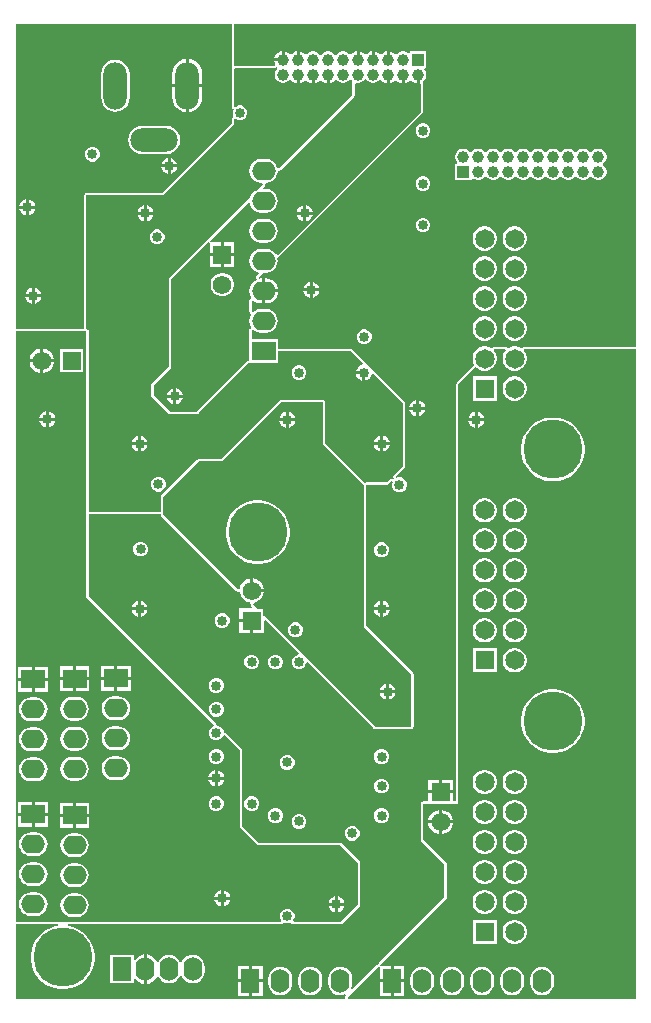
<source format=gbr>
%TF.GenerationSoftware,Altium Limited,Altium Designer,21.2.1 (34)*%
G04 Layer_Physical_Order=2*
G04 Layer_Color=7250688*
%FSLAX45Y45*%
%MOMM*%
%TF.SameCoordinates,53973CC1-9108-4EA7-9D5E-FD48CC852793*%
%TF.FilePolarity,Positive*%
%TF.FileFunction,Copper,L2,Inr,Signal*%
%TF.Part,Single*%
G01*
G75*
%TA.AperFunction,Conductor*%
%ADD30C,0.50800*%
%TA.AperFunction,ComponentPad*%
%ADD32C,0.98500*%
%ADD33R,0.98500X0.98500*%
%ADD34R,2.00000X1.60000*%
%ADD35O,2.00000X1.60000*%
%ADD36O,1.60000X2.00000*%
%ADD37R,1.60000X2.00000*%
%ADD38O,4.00000X2.00000*%
%ADD39O,2.00000X4.00000*%
%ADD40R,1.57000X1.57000*%
%ADD41C,1.57000*%
%ADD42R,1.65000X1.65000*%
%ADD43C,1.65000*%
%ADD44R,1.57000X1.57000*%
%TA.AperFunction,ViaPad*%
%ADD45C,5.00000*%
%ADD46C,0.85000*%
G36*
X2217046Y7872980D02*
X2209586Y7865520D01*
X2200469Y7849730D01*
X2195750Y7832117D01*
Y7813883D01*
X2200469Y7796271D01*
X2209586Y7780480D01*
X2222480Y7767586D01*
X2238271Y7758469D01*
X2255883Y7753750D01*
X2274117D01*
X2291729Y7758469D01*
X2307520Y7767586D01*
X2317416Y7777483D01*
X2331217Y7777683D01*
X2332835Y7776594D01*
X2346164Y7763265D01*
X2363186Y7753438D01*
X2379299Y7749120D01*
Y7823000D01*
X2404699D01*
Y7749120D01*
X2420814Y7753438D01*
X2437836Y7763265D01*
X2447212Y7772641D01*
X2455500Y7775751D01*
X2463788Y7772641D01*
X2473164Y7763265D01*
X2490186Y7753438D01*
X2506299Y7749120D01*
Y7823000D01*
X2531699D01*
Y7749120D01*
X2547814Y7753438D01*
X2564836Y7763265D01*
X2574212Y7772641D01*
X2582500Y7775751D01*
X2590788Y7772641D01*
X2600164Y7763265D01*
X2617186Y7753438D01*
X2633299Y7749120D01*
Y7823000D01*
X2658699D01*
Y7749120D01*
X2674814Y7753438D01*
X2691836Y7763265D01*
X2705165Y7776594D01*
X2706784Y7777683D01*
X2720584Y7777483D01*
X2730480Y7767586D01*
X2746271Y7758469D01*
X2763883Y7753750D01*
X2782117D01*
X2799729Y7758469D01*
X2815520Y7767586D01*
X2828414Y7780480D01*
X2828993Y7781483D01*
X2841838Y7782376D01*
X2850000Y7773748D01*
Y7650000D01*
X2229518Y7029518D01*
X2217492Y7033600D01*
X2217426Y7034105D01*
X2207349Y7058431D01*
X2191320Y7079321D01*
X2170431Y7095350D01*
X2146105Y7105426D01*
X2120000Y7108863D01*
X2079999D01*
X2053894Y7105426D01*
X2029568Y7095350D01*
X2008679Y7079321D01*
X1992650Y7058431D01*
X1982574Y7034105D01*
X1979137Y7008000D01*
X1982574Y6981895D01*
X1992650Y6957569D01*
X2008679Y6936679D01*
X2029568Y6920650D01*
X2053894Y6910574D01*
X2079999Y6907137D01*
X2090544D01*
X2095404Y6895404D01*
X2049680Y6849680D01*
X2029568Y6841350D01*
X2008679Y6825321D01*
X1992650Y6804431D01*
X1984319Y6784319D01*
X1299999Y6099999D01*
Y5349999D01*
X1150000Y5200000D01*
Y5100000D01*
X1300000Y4950000D01*
X1550000D01*
Y4959001D01*
X1969527Y5378527D01*
X1980000Y5384000D01*
Y5384000D01*
X1980000Y5384000D01*
X2220000D01*
Y5479608D01*
X2320392Y5479608D01*
X2841553D01*
X2941482Y5379679D01*
X2936518Y5366683D01*
X2923791Y5363273D01*
X2908308Y5354334D01*
X2895666Y5341692D01*
X2886727Y5326209D01*
X2883107Y5312700D01*
X2950000D01*
Y5300000D01*
X2962700D01*
Y5233108D01*
X2976208Y5236727D01*
X2991691Y5245666D01*
X3004333Y5258309D01*
X3013273Y5273792D01*
X3016683Y5286518D01*
X3029679Y5291483D01*
X3279608Y5041553D01*
Y4508446D01*
X3203823Y4432661D01*
X3202707Y4430991D01*
X3201287Y4429571D01*
X3200518Y4427716D01*
X3199403Y4426046D01*
X3199011Y4424076D01*
X3198242Y4422220D01*
Y4420211D01*
X3197850Y4418242D01*
X3198242Y4416273D01*
Y4414264D01*
X3199011Y4412408D01*
X3199403Y4410438D01*
X3200518Y4408769D01*
X3196572Y4403428D01*
X3191232Y4399482D01*
X3189562Y4400598D01*
X3187592Y4400990D01*
X3185737Y4401759D01*
X3183730D01*
X3181759Y4402151D01*
X3179788Y4401759D01*
X3177781D01*
X3175925Y4400990D01*
X3173955Y4400598D01*
X3172285Y4399482D01*
X3170430Y4398714D01*
X3169009Y4397293D01*
X3167340Y4396178D01*
X3141553Y4370392D01*
X2970392D01*
X2968433Y4370002D01*
X2966435Y4370004D01*
X2964568Y4369234D01*
X2962588Y4368840D01*
X2961036Y4367803D01*
X2620392Y4708447D01*
Y5050000D01*
X2618840Y5057804D01*
X2614419Y5064419D01*
X2607804Y5068840D01*
X2600000Y5070392D01*
X2250001D01*
X2250000Y5070392D01*
X2242196Y5068840D01*
X2235581Y5064419D01*
X1935581Y4764419D01*
X1741553Y4570392D01*
X1550000D01*
X1542196Y4568840D01*
X1535581Y4564419D01*
X1535580Y4564419D01*
X1235581Y4264420D01*
X1231161Y4257804D01*
X1229609Y4250000D01*
X1229608Y4120392D01*
X1229608Y4120392D01*
X620392D01*
Y5650000D01*
X618840Y5657803D01*
X614419Y5664419D01*
X607804Y5668839D01*
X600000Y5670392D01*
Y6800000D01*
X1250000D01*
X1850000Y7400000D01*
Y7445018D01*
X1861734Y7449878D01*
X1864596Y7447015D01*
X1887568Y7437500D01*
X1912432D01*
X1935404Y7447015D01*
X1952985Y7464596D01*
X1962500Y7487568D01*
Y7512432D01*
X1952985Y7535404D01*
X1935404Y7552985D01*
X1912432Y7562500D01*
X1887568D01*
X1864596Y7552985D01*
X1861734Y7550122D01*
X1850000Y7554982D01*
X1850000Y7870632D01*
X1858981Y7879613D01*
X2193003Y7879611D01*
X2195619Y7880131D01*
X2198281Y7880306D01*
X2199487Y7880901D01*
X2200807Y7881163D01*
X2203025Y7882645D01*
X2205417Y7883825D01*
X2206047Y7884544D01*
X2208081Y7885642D01*
X2217760Y7886504D01*
X2217046Y7872980D01*
D02*
G37*
G36*
X3420699Y7747887D02*
X3429584Y7741069D01*
X3429585Y7508423D01*
X2219094Y6297933D01*
X2203999Y6300798D01*
X2191320Y6317321D01*
X2170431Y6333350D01*
X2146105Y6343426D01*
X2120000Y6346863D01*
X2079999D01*
X2053894Y6343426D01*
X2029568Y6333350D01*
X2008679Y6317321D01*
X1992650Y6296431D01*
X1982574Y6272105D01*
X1979137Y6246000D01*
X1982574Y6219895D01*
X1992650Y6195569D01*
X2008679Y6174679D01*
X2029568Y6158650D01*
X2052395Y6149195D01*
X2057507Y6137930D01*
X2057909Y6136748D01*
X2043837Y6122676D01*
X2043461Y6122113D01*
X2042925Y6121702D01*
X2041263Y6118824D01*
X2039416Y6116060D01*
X2039284Y6115397D01*
X2038946Y6114811D01*
X2038512Y6111515D01*
X2037864Y6108257D01*
X2037996Y6107593D01*
X2037908Y6106923D01*
X2038768Y6103714D01*
X2039416Y6100453D01*
X2039792Y6099890D01*
X2039967Y6099237D01*
X2043029Y6093029D01*
X2028627Y6078627D01*
X2008679Y6063321D01*
X1992650Y6042431D01*
X1982574Y6018105D01*
X1979137Y5992000D01*
X1982574Y5965895D01*
X1992650Y5941569D01*
X1994866Y5938680D01*
X1991764Y5923196D01*
X1990984Y5922811D01*
X1988348Y5920789D01*
X1985583Y5918942D01*
X1985207Y5918379D01*
X1984671Y5917968D01*
X1983010Y5915090D01*
X1981163Y5912326D01*
X1981031Y5911663D01*
X1980693Y5911077D01*
X1980259Y5907781D01*
X1979610Y5904522D01*
X1979609Y5817758D01*
X1980368Y5813946D01*
X1981115Y5810067D01*
X1981150Y5810015D01*
X1981162Y5809954D01*
X1983326Y5806715D01*
X1985496Y5803425D01*
X1985547Y5803390D01*
X1985582Y5803339D01*
X1987234Y5802235D01*
X1989677Y5798376D01*
X1992650Y5788431D01*
X1982574Y5764105D01*
X1979137Y5738000D01*
X1982574Y5711895D01*
X1992650Y5687569D01*
X1989685Y5677652D01*
X1987231Y5673768D01*
X1985580Y5672665D01*
X1985546Y5672613D01*
X1985496Y5672579D01*
X1983343Y5669316D01*
X1981160Y5666049D01*
X1981148Y5665989D01*
X1981114Y5665938D01*
X1980371Y5662081D01*
X1979608Y5658245D01*
X1979607Y5596537D01*
X1979607Y5592981D01*
X1979606Y5592980D01*
X1979999Y5583999D01*
X1980000Y5583999D01*
Y5416890D01*
X1978191Y5404311D01*
X1975231Y5403443D01*
X1972196Y5402840D01*
X1971434Y5402330D01*
X1970556Y5402073D01*
X1960083Y5396601D01*
X1957677Y5394664D01*
X1955108Y5392947D01*
X1535581Y4973420D01*
X1533558Y4970392D01*
X1308446D01*
X1170392Y5108447D01*
Y5191553D01*
X1314419Y5335580D01*
X1318839Y5342196D01*
X1320391Y5349999D01*
Y6091553D01*
X1633868Y6405029D01*
X1646100Y6399300D01*
X1646100Y6393105D01*
Y6312700D01*
X1737301D01*
Y6403900D01*
X1657790D01*
X1650700Y6403901D01*
X1644971Y6416132D01*
X1969415Y6740577D01*
X1981442Y6736494D01*
X1982574Y6727895D01*
X1992650Y6703569D01*
X2008679Y6682679D01*
X2029568Y6666650D01*
X2053894Y6656574D01*
X2079999Y6653137D01*
X2120000D01*
X2146105Y6656574D01*
X2170431Y6666650D01*
X2191320Y6682679D01*
X2207349Y6703569D01*
X2217426Y6727895D01*
X2220862Y6754000D01*
X2217426Y6780105D01*
X2207349Y6804431D01*
X2191320Y6825321D01*
X2170431Y6841350D01*
X2146105Y6851426D01*
X2120000Y6854863D01*
X2100295D01*
X2095434Y6866596D01*
X2109823Y6880984D01*
X2109823Y6880985D01*
X2114244Y6887600D01*
X2115796Y6895404D01*
X2116388Y6897057D01*
X2125030Y6907543D01*
X2125977Y6907924D01*
X2146105Y6910574D01*
X2170431Y6920650D01*
X2191320Y6936679D01*
X2207349Y6957569D01*
X2217426Y6981895D01*
X2219576Y6998228D01*
X2219728Y6998764D01*
X2221252Y7001336D01*
X2226145Y7005947D01*
X2230852Y7009170D01*
X2234061Y7010030D01*
X2237322Y7010678D01*
X2237884Y7011054D01*
X2238538Y7011229D01*
X2241174Y7013252D01*
X2243938Y7015099D01*
X2864419Y7635580D01*
X2868840Y7642196D01*
X2870392Y7650000D01*
Y7746093D01*
X2883092Y7755838D01*
X2890883Y7753750D01*
X2909117D01*
X2926729Y7758469D01*
X2942520Y7767586D01*
X2955414Y7780480D01*
X2957150Y7783487D01*
X2969850D01*
X2971586Y7780480D01*
X2984480Y7767586D01*
X3000271Y7758469D01*
X3017883Y7753750D01*
X3036117D01*
X3053729Y7758469D01*
X3069520Y7767586D01*
X3079416Y7777483D01*
X3093217Y7777683D01*
X3094835Y7776594D01*
X3108164Y7763265D01*
X3125186Y7753438D01*
X3141299Y7749120D01*
Y7823000D01*
X3166699D01*
Y7749120D01*
X3182814Y7753438D01*
X3199836Y7763265D01*
X3209212Y7772641D01*
X3217500Y7775751D01*
X3225788Y7772641D01*
X3235164Y7763265D01*
X3252186Y7753438D01*
X3268299Y7749120D01*
Y7823000D01*
X3293699D01*
Y7749120D01*
X3309814Y7753438D01*
X3326836Y7763265D01*
X3336212Y7772641D01*
X3344500Y7775751D01*
X3352788Y7772641D01*
X3362164Y7763265D01*
X3379186Y7753438D01*
X3395299Y7749120D01*
Y7823000D01*
X3420699D01*
Y7747887D01*
D02*
G37*
G36*
X5250000Y5520392D02*
X4307550D01*
X4299747Y5518840D01*
X4293131Y5514419D01*
X4288711Y5507804D01*
X4276560Y5508743D01*
X4266563Y5514515D01*
X4240494Y5521500D01*
X4213506D01*
X4187436Y5514515D01*
X4177439Y5508743D01*
X4165289Y5507804D01*
X4160869Y5514419D01*
X4154253Y5518840D01*
X4146449Y5520392D01*
X4054917D01*
X4051242Y5519661D01*
X4047555Y5519016D01*
X4047351Y5518887D01*
X4047114Y5518840D01*
X4043994Y5516755D01*
X4040838Y5514751D01*
X4040699Y5514554D01*
X4040498Y5514419D01*
X4038415Y5511302D01*
X4036264Y5508240D01*
X4028067Y5505564D01*
X4012563Y5514515D01*
X3986494Y5521500D01*
X3959506D01*
X3933436Y5514515D01*
X3910064Y5501020D01*
X3890980Y5481936D01*
X3877485Y5458564D01*
X3870500Y5432494D01*
Y5405506D01*
X3877485Y5379437D01*
X3886200Y5364342D01*
X3884103Y5362941D01*
X3735581Y5214419D01*
X3731160Y5207804D01*
X3729608Y5200000D01*
Y1670392D01*
X3703900D01*
Y1737300D01*
X3600000D01*
X3496100D01*
Y1670392D01*
X3450000D01*
X3442197Y1668840D01*
X3435581Y1664419D01*
X3431161Y1657804D01*
X3429608Y1650000D01*
Y1350003D01*
X3429608Y1350000D01*
X3431160Y1342196D01*
X3435581Y1335581D01*
X3435581Y1335580D01*
X3629608Y1141553D01*
Y858447D01*
X3073681Y302520D01*
X3069260Y295904D01*
X3068072Y289929D01*
X3062096Y288740D01*
X3055481Y284319D01*
X2851354Y80193D01*
X2840588Y87387D01*
X2847426Y103895D01*
X2850862Y130000D01*
Y170000D01*
X2847426Y196106D01*
X2837349Y220432D01*
X2821320Y241321D01*
X2800431Y257350D01*
X2776105Y267426D01*
X2750000Y270863D01*
X2723895Y267426D01*
X2699569Y257350D01*
X2678679Y241321D01*
X2662650Y220432D01*
X2652574Y196106D01*
X2649137Y170000D01*
Y130000D01*
X2652574Y103895D01*
X2662650Y79569D01*
X2678679Y58679D01*
X2699569Y42650D01*
X2723895Y32574D01*
X2750000Y29137D01*
X2776105Y32574D01*
X2792613Y39412D01*
X2799807Y28645D01*
X2797314Y26153D01*
X2792893Y19537D01*
X2791341Y11733D01*
X2786948Y4849D01*
X2781408Y0D01*
X0D01*
Y629608D01*
X358228D01*
X359228Y616908D01*
X336775Y613352D01*
X296356Y600219D01*
X258489Y580925D01*
X224107Y555945D01*
X194055Y525893D01*
X169075Y491511D01*
X149781Y453644D01*
X136648Y413225D01*
X130000Y371249D01*
Y328751D01*
X136648Y286775D01*
X149781Y246356D01*
X169075Y208489D01*
X194055Y174107D01*
X224107Y144056D01*
X258489Y119075D01*
X296356Y99781D01*
X336775Y86648D01*
X378751Y80000D01*
X421249D01*
X463225Y86648D01*
X503644Y99781D01*
X541511Y119075D01*
X575893Y144056D01*
X605944Y174107D01*
X630925Y208489D01*
X650219Y246356D01*
X663352Y286775D01*
X670000Y328751D01*
Y371249D01*
X663352Y413225D01*
X650219Y453644D01*
X630925Y491511D01*
X605944Y525893D01*
X575893Y555945D01*
X541511Y580925D01*
X503644Y600219D01*
X463225Y613352D01*
X440772Y616908D01*
X441772Y629608D01*
X1899999Y629608D01*
X1900001Y629608D01*
X2245018D01*
X2252822Y631160D01*
X2259437Y635581D01*
X2263858Y642196D01*
X2275785Y642381D01*
X2287568Y637500D01*
X2312432D01*
X2324216Y642381D01*
X2336143Y642196D01*
X2340563Y635581D01*
X2347179Y631160D01*
X2354982Y629608D01*
X2750000D01*
X2757804Y631160D01*
X2764419Y635581D01*
X2764420Y635581D01*
X2914419Y785581D01*
X2918840Y792196D01*
X2920392Y800000D01*
Y1150000D01*
X2918840Y1157804D01*
X2914419Y1164419D01*
X2914419Y1164420D01*
X2764419Y1314419D01*
X2757804Y1318840D01*
X2750000Y1320392D01*
X2058447D01*
X1920392Y1458447D01*
X1920392Y2100000D01*
X1918840Y2107804D01*
X1914419Y2114419D01*
X1914419Y2114420D01*
X1784981Y2243857D01*
X1783312Y2244973D01*
X1781891Y2246394D01*
X1780035Y2247162D01*
X1778366Y2248278D01*
X1776396Y2248669D01*
X1774541Y2249438D01*
X1767938Y2252971D01*
X1764086Y2257581D01*
X1762500Y2260447D01*
Y2262432D01*
X1752985Y2285404D01*
X1735403Y2302985D01*
X1712432Y2312500D01*
X1710446D01*
X1707581Y2314086D01*
X1702971Y2317938D01*
X1699438Y2324541D01*
X1698669Y2326397D01*
X1698278Y2328366D01*
X1697162Y2330035D01*
X1696393Y2331891D01*
X1694973Y2333312D01*
X1693857Y2334982D01*
X620392Y3408447D01*
Y4100000D01*
X1229608D01*
X1231160Y4092196D01*
X1235581Y4085581D01*
X1870141Y3451020D01*
X1870371Y3450867D01*
X1870529Y3450642D01*
X1873666Y3448665D01*
X1876757Y3446600D01*
X1877027Y3446546D01*
X1877260Y3446399D01*
X1880919Y3445772D01*
X1884560Y3445048D01*
X1884830Y3445102D01*
X1885102Y3445055D01*
X1888724Y3445876D01*
X1888800Y3445891D01*
X1896916Y3442786D01*
X1902523Y3437215D01*
X1908213Y3415980D01*
X1921181Y3393520D01*
X1939520Y3375180D01*
X1961981Y3362213D01*
X1983216Y3356523D01*
X1988786Y3350916D01*
X1991891Y3342800D01*
X1991875Y3342719D01*
X1991055Y3339102D01*
X1991101Y3338831D01*
X1991048Y3338560D01*
X1991772Y3334919D01*
X1992399Y3331260D01*
X1992546Y3331027D01*
X1992600Y3330757D01*
X1994663Y3327669D01*
X1996642Y3324529D01*
X1996867Y3324371D01*
X1997020Y3324141D01*
X2005528Y3315633D01*
X2000668Y3303900D01*
X1896100D01*
Y3212699D01*
X2000000D01*
Y3199999D01*
X2012700D01*
Y3096100D01*
X2103900D01*
Y3200668D01*
X2115633Y3205528D01*
X2396928Y2924233D01*
X2392068Y2912500D01*
X2387568D01*
X2364596Y2902985D01*
X2347015Y2885404D01*
X2337500Y2862432D01*
Y2837568D01*
X2347015Y2814597D01*
X2364596Y2797015D01*
X2387568Y2787500D01*
X2412432D01*
X2435404Y2797015D01*
X2452985Y2814597D01*
X2462500Y2837568D01*
Y2842068D01*
X2474233Y2846928D01*
X3035581Y2285581D01*
X3042196Y2281160D01*
X3050000Y2279608D01*
X3341858D01*
X3341859Y2279608D01*
X3349663Y2281160D01*
X3356279Y2285581D01*
X3356279Y2285581D01*
X3364419Y2293721D01*
X3368840Y2300337D01*
X3370392Y2308141D01*
Y2749999D01*
X3370392Y2750000D01*
X3368840Y2757804D01*
X3364419Y2764419D01*
X3364418Y2764420D01*
X2970392Y3158447D01*
Y4349999D01*
X2970392Y4350000D01*
X3150000D01*
X3181759Y4381759D01*
X3192525Y4374565D01*
X3187500Y4362433D01*
Y4337569D01*
X3197015Y4314597D01*
X3214597Y4297016D01*
X3237568Y4287501D01*
X3262432D01*
X3285404Y4297016D01*
X3302985Y4314597D01*
X3312500Y4337569D01*
Y4362433D01*
X3302985Y4385404D01*
X3285404Y4402986D01*
X3262432Y4412501D01*
X3237568D01*
X3225436Y4407476D01*
X3218242Y4418242D01*
X3300000Y4500000D01*
Y5050000D01*
X2850000Y5500000D01*
X2320392D01*
X2220000Y5500000D01*
Y5584000D01*
X2008979D01*
X1999999Y5592980D01*
X2000000Y5658245D01*
X2012700Y5663594D01*
X2029568Y5650650D01*
X2053894Y5640574D01*
X2079999Y5637137D01*
X2120000D01*
X2146105Y5640574D01*
X2170431Y5650650D01*
X2191320Y5666679D01*
X2207349Y5687569D01*
X2217426Y5711895D01*
X2220862Y5738000D01*
X2217426Y5764105D01*
X2207349Y5788431D01*
X2191320Y5809321D01*
X2170431Y5825350D01*
X2146105Y5835426D01*
X2120000Y5838863D01*
X2079999D01*
X2053894Y5835426D01*
X2029568Y5825350D01*
X2012702Y5812407D01*
X2000001Y5817758D01*
X2000002Y5904522D01*
X2012703Y5910785D01*
X2026845Y5899933D01*
X2052485Y5889313D01*
X2079999Y5885691D01*
X2087299D01*
Y5992000D01*
X2099999D01*
D01*
X2087299D01*
Y6098309D01*
X2079999D01*
X2064188Y6096228D01*
X2058256Y6108257D01*
X2095137Y6145137D01*
X2120000D01*
X2146105Y6148574D01*
X2170431Y6158650D01*
X2191320Y6174679D01*
X2207349Y6195569D01*
X2217426Y6219895D01*
X2220862Y6246000D01*
X2217970Y6267970D01*
X3449977Y7499976D01*
X3449976Y7767272D01*
X3450520Y7767586D01*
X3463414Y7780480D01*
X3472531Y7796271D01*
X3477250Y7813883D01*
Y7832117D01*
X3472531Y7849730D01*
X3463414Y7865520D01*
X3460884Y7868050D01*
X3466144Y7880750D01*
X3477250D01*
Y8019250D01*
X3338750D01*
Y8008145D01*
X3326050Y8002884D01*
X3323520Y8005414D01*
X3307729Y8014531D01*
X3290117Y8019250D01*
X3271883D01*
X3254271Y8014531D01*
X3238480Y8005414D01*
X3228584Y7995518D01*
X3214784Y7995318D01*
X3213165Y7996406D01*
X3199836Y8009735D01*
X3182814Y8019563D01*
X3166699Y8023881D01*
Y7950000D01*
X3141299D01*
Y8023880D01*
X3125186Y8019563D01*
X3108164Y8009735D01*
X3098788Y8000359D01*
X3090500Y7997249D01*
X3082212Y8000359D01*
X3072836Y8009735D01*
X3055814Y8019563D01*
X3039699Y8023881D01*
Y7950000D01*
X3014299D01*
Y8023880D01*
X2998186Y8019563D01*
X2981164Y8009735D01*
X2971788Y8000359D01*
X2963500Y7997249D01*
X2955212Y8000359D01*
X2945836Y8009735D01*
X2928814Y8019563D01*
X2912699Y8023881D01*
Y7950000D01*
X2887299D01*
Y8023880D01*
X2871186Y8019563D01*
X2854164Y8009735D01*
X2840835Y7996406D01*
X2839217Y7995318D01*
X2825416Y7995518D01*
X2815520Y8005414D01*
X2799729Y8014531D01*
X2782117Y8019250D01*
X2763883D01*
X2746271Y8014531D01*
X2730480Y8005414D01*
X2717586Y7992520D01*
X2715850Y7989513D01*
X2703150D01*
X2701414Y7992520D01*
X2688520Y8005414D01*
X2672729Y8014531D01*
X2655117Y8019250D01*
X2636883D01*
X2619271Y8014531D01*
X2603480Y8005414D01*
X2590586Y7992520D01*
X2588850Y7989513D01*
X2576150D01*
X2574414Y7992520D01*
X2561520Y8005414D01*
X2545729Y8014531D01*
X2528117Y8019250D01*
X2509883D01*
X2492271Y8014531D01*
X2476480Y8005414D01*
X2466584Y7995518D01*
X2452784Y7995318D01*
X2451165Y7996406D01*
X2437836Y8009735D01*
X2420814Y8019563D01*
X2404699Y8023881D01*
Y7950000D01*
X2379299D01*
Y8023880D01*
X2363186Y8019563D01*
X2346164Y8009735D01*
X2336788Y8000359D01*
X2328500Y7997249D01*
X2320212Y8000359D01*
X2310836Y8009735D01*
X2293814Y8019563D01*
X2277699Y8023881D01*
Y7950000D01*
X2264999D01*
Y7937300D01*
X2191120D01*
X2195438Y7921186D01*
X2200335Y7912703D01*
X2193003Y7900003D01*
X1850000Y7900005D01*
X1850000Y8249999D01*
X5249999Y8250000D01*
X5250000Y5520392D01*
D02*
G37*
G36*
X1829608Y7900005D02*
X1831160Y7892201D01*
X1835580Y7885586D01*
X1835628Y7885099D01*
X1835581Y7885052D01*
X1831160Y7878436D01*
X1829608Y7870632D01*
X1829608Y7554982D01*
X1831161Y7547178D01*
X1835581Y7540563D01*
X1842197Y7536142D01*
X1846571Y7534331D01*
X1837500Y7512432D01*
Y7487568D01*
X1842381Y7475784D01*
X1842196Y7463857D01*
X1835581Y7459437D01*
X1831160Y7452821D01*
X1829608Y7445018D01*
Y7408447D01*
X1241553Y6820392D01*
X600000D01*
X592196Y6818840D01*
X585580Y6814419D01*
X581160Y6807804D01*
X579608Y6800000D01*
Y5670392D01*
X-1D01*
Y8237300D01*
X1Y8249999D01*
X1829608D01*
X1829608Y7900005D01*
D02*
G37*
G36*
X5250000Y0D02*
X2816594D01*
X2811733Y11733D01*
X3069900Y269900D01*
X3082600Y264640D01*
Y162700D01*
X3175300D01*
Y275400D01*
X3093361D01*
X3088100Y288100D01*
X3650000Y850000D01*
Y1150000D01*
X3450000Y1350000D01*
X3450000Y1350000D01*
Y1650000D01*
X3750000D01*
Y5200000D01*
X3898522Y5348522D01*
X3910064Y5336980D01*
X3933436Y5323485D01*
X3959506Y5316500D01*
X3986494D01*
X4012563Y5323485D01*
X4035936Y5336980D01*
X4055020Y5356064D01*
X4068515Y5379437D01*
X4075500Y5405506D01*
Y5432494D01*
X4068515Y5458564D01*
X4055020Y5481936D01*
X4049414Y5487542D01*
X4054917Y5500000D01*
X4146449D01*
X4151310Y5488267D01*
X4144980Y5481936D01*
X4131485Y5458564D01*
X4124500Y5432494D01*
Y5405506D01*
X4131485Y5379437D01*
X4144980Y5356064D01*
X4164064Y5336980D01*
X4187436Y5323485D01*
X4213506Y5316500D01*
X4240494D01*
X4266563Y5323485D01*
X4289936Y5336980D01*
X4309020Y5356064D01*
X4322515Y5379437D01*
X4329500Y5405506D01*
Y5432494D01*
X4322515Y5458564D01*
X4309020Y5481936D01*
X4302690Y5488267D01*
X4307550Y5500000D01*
X5250000D01*
Y0D01*
D02*
G37*
G36*
X2600000Y4700000D02*
X2950000Y4350000D01*
Y3150000D01*
X3350000Y2750000D01*
Y2308141D01*
X3341859Y2300000D01*
X3050000D01*
X2098500Y3251500D01*
Y3298500D01*
X2051500D01*
X2011440Y3338560D01*
X2016977Y3350984D01*
X2040104Y3357180D01*
X2063796Y3370859D01*
X2083141Y3390204D01*
X2096820Y3413896D01*
X2103900Y3440321D01*
Y3441299D01*
X2000000D01*
Y3453999D01*
X1987300D01*
Y3557900D01*
X1986321D01*
X1959896Y3550819D01*
X1936204Y3537141D01*
X1916859Y3517796D01*
X1903181Y3494104D01*
X1896984Y3470977D01*
X1884560Y3465440D01*
X1250000Y4100000D01*
X1250001Y4250000D01*
X1550000Y4550000D01*
X1750000D01*
X1950000Y4750000D01*
X2250000Y5050000D01*
X2600000D01*
Y4700000D01*
D02*
G37*
G36*
X600000Y3400000D02*
X1679438Y2320562D01*
X1676960Y2308106D01*
X1664596Y2302985D01*
X1647015Y2285404D01*
X1637500Y2262432D01*
Y2237568D01*
X1647015Y2214597D01*
X1664596Y2197015D01*
X1687568Y2187500D01*
X1712432D01*
X1735403Y2197015D01*
X1752985Y2214597D01*
X1758106Y2226960D01*
X1770562Y2229438D01*
X1900000Y2100000D01*
X1900000Y1450000D01*
X2050000Y1300000D01*
X2750000D01*
X2900000Y1150000D01*
Y800000D01*
X2750000Y650000D01*
X2354982D01*
X2350122Y661733D01*
X2352985Y664596D01*
X2362500Y687568D01*
Y712432D01*
X2352985Y735403D01*
X2335404Y752985D01*
X2312432Y762500D01*
X2287568D01*
X2264597Y752985D01*
X2247015Y735403D01*
X2237500Y712432D01*
Y687568D01*
X2247015Y664596D01*
X2249878Y661733D01*
X2245018Y650000D01*
X1900000D01*
X1899999Y650000D01*
X0Y650000D01*
X-1Y5650000D01*
X600000D01*
Y3400000D01*
D02*
G37*
%LPC*%
G36*
X1112700Y6716892D02*
Y6662700D01*
X1166893D01*
X1163273Y6676208D01*
X1154334Y6691691D01*
X1141692Y6704334D01*
X1126209Y6713273D01*
X1112700Y6716892D01*
D02*
G37*
G36*
X1087300D02*
X1073792Y6713273D01*
X1058309Y6704334D01*
X1045666Y6691691D01*
X1036727Y6676208D01*
X1033108Y6662700D01*
X1087300D01*
Y6716892D01*
D02*
G37*
G36*
X1166893Y6637300D02*
X1112700D01*
Y6583107D01*
X1126209Y6586727D01*
X1141692Y6595666D01*
X1154334Y6608308D01*
X1163273Y6623791D01*
X1166893Y6637300D01*
D02*
G37*
G36*
X1087300D02*
X1033108D01*
X1036727Y6623791D01*
X1045666Y6608308D01*
X1058309Y6595666D01*
X1073792Y6586727D01*
X1087300Y6583107D01*
Y6637300D01*
D02*
G37*
G36*
X1212432Y6512500D02*
X1187568D01*
X1164596Y6502985D01*
X1147015Y6485404D01*
X1137500Y6462432D01*
Y6437568D01*
X1147015Y6414597D01*
X1164596Y6397015D01*
X1187568Y6387500D01*
X1212432D01*
X1235403Y6397015D01*
X1252985Y6414597D01*
X1262500Y6437568D01*
Y6462432D01*
X1252985Y6485404D01*
X1235403Y6502985D01*
X1212432Y6512500D01*
D02*
G37*
G36*
X2412432Y5362500D02*
X2387568D01*
X2364596Y5352985D01*
X2347015Y5335404D01*
X2337500Y5312432D01*
Y5287568D01*
X2347015Y5264597D01*
X2364596Y5247015D01*
X2387568Y5237500D01*
X2412432D01*
X2435404Y5247015D01*
X2452985Y5264597D01*
X2462500Y5287568D01*
Y5312432D01*
X2452985Y5335404D01*
X2435404Y5352985D01*
X2412432Y5362500D01*
D02*
G37*
G36*
X2937300Y5287300D02*
X2883107D01*
X2886727Y5273792D01*
X2895666Y5258309D01*
X2908308Y5245666D01*
X2923791Y5236727D01*
X2937300Y5233108D01*
Y5287300D01*
D02*
G37*
G36*
X3112700Y4766893D02*
Y4712700D01*
X3166892D01*
X3163273Y4726209D01*
X3154334Y4741692D01*
X3141691Y4754334D01*
X3126208Y4763273D01*
X3112700Y4766893D01*
D02*
G37*
G36*
X3087300D02*
X3073791Y4763273D01*
X3058308Y4754334D01*
X3045666Y4741692D01*
X3036727Y4726209D01*
X3033107Y4712700D01*
X3087300D01*
Y4766893D01*
D02*
G37*
G36*
X1062700D02*
Y4712700D01*
X1116893D01*
X1113273Y4726209D01*
X1104334Y4741692D01*
X1091692Y4754334D01*
X1076209Y4763273D01*
X1062700Y4766893D01*
D02*
G37*
G36*
X1037300D02*
X1023792Y4763273D01*
X1008309Y4754334D01*
X995667Y4741692D01*
X986727Y4726209D01*
X983108Y4712700D01*
X1037300D01*
Y4766893D01*
D02*
G37*
G36*
X3166892Y4687300D02*
X3112700D01*
Y4633108D01*
X3126208Y4636727D01*
X3141691Y4645667D01*
X3154334Y4658309D01*
X3163273Y4673792D01*
X3166892Y4687300D01*
D02*
G37*
G36*
X3087300D02*
X3033107D01*
X3036727Y4673792D01*
X3045666Y4658309D01*
X3058308Y4645667D01*
X3073791Y4636727D01*
X3087300Y4633108D01*
Y4687300D01*
D02*
G37*
G36*
X1116893D02*
X1062700D01*
Y4633108D01*
X1076209Y4636727D01*
X1091692Y4645667D01*
X1104334Y4658309D01*
X1113273Y4673792D01*
X1116893Y4687300D01*
D02*
G37*
G36*
X1037300D02*
X983108D01*
X986727Y4673792D01*
X995667Y4658309D01*
X1008309Y4645667D01*
X1023792Y4636727D01*
X1037300Y4633108D01*
Y4687300D01*
D02*
G37*
G36*
X1221140Y4418707D02*
X1196276D01*
X1173304Y4409192D01*
X1155723Y4391611D01*
X1146208Y4368639D01*
Y4343775D01*
X1155723Y4320804D01*
X1173304Y4303222D01*
X1196276Y4293707D01*
X1221140D01*
X1244111Y4303222D01*
X1261693Y4320804D01*
X1271208Y4343775D01*
Y4368639D01*
X1261693Y4391611D01*
X1244111Y4409192D01*
X1221140Y4418707D01*
D02*
G37*
G36*
X2462700Y6716892D02*
Y6662700D01*
X2516892D01*
X2513273Y6676208D01*
X2504334Y6691691D01*
X2491691Y6704334D01*
X2476208Y6713273D01*
X2462700Y6716892D01*
D02*
G37*
G36*
X2437300D02*
X2423791Y6713273D01*
X2408308Y6704334D01*
X2395666Y6691691D01*
X2386727Y6676208D01*
X2383108Y6662700D01*
X2437300D01*
Y6716892D01*
D02*
G37*
G36*
X2516892Y6637300D02*
X2462700D01*
Y6583107D01*
X2476208Y6586727D01*
X2491691Y6595666D01*
X2504334Y6608308D01*
X2513273Y6623791D01*
X2516892Y6637300D01*
D02*
G37*
G36*
X2437300D02*
X2383108D01*
X2386727Y6623791D01*
X2395666Y6608308D01*
X2408308Y6595666D01*
X2423791Y6586727D01*
X2437300Y6583107D01*
Y6637300D01*
D02*
G37*
G36*
X2120000Y6600863D02*
X2079999D01*
X2053894Y6597426D01*
X2029568Y6587350D01*
X2008679Y6571321D01*
X1992650Y6550431D01*
X1982574Y6526105D01*
X1979137Y6500000D01*
X1982574Y6473895D01*
X1992650Y6449569D01*
X2008679Y6428679D01*
X2029568Y6412650D01*
X2053894Y6402574D01*
X2079999Y6399137D01*
X2120000D01*
X2146105Y6402574D01*
X2170431Y6412650D01*
X2191320Y6428679D01*
X2207349Y6449569D01*
X2217426Y6473895D01*
X2220862Y6500000D01*
X2217426Y6526105D01*
X2207349Y6550431D01*
X2191320Y6571321D01*
X2170431Y6587350D01*
X2146105Y6597426D01*
X2120000Y6600863D01*
D02*
G37*
G36*
X1762701Y6403900D02*
Y6312700D01*
X1853900D01*
Y6403900D01*
X1762701D01*
D02*
G37*
G36*
X1853900Y6287300D02*
X1762701D01*
Y6196100D01*
X1853900D01*
Y6287300D01*
D02*
G37*
G36*
X1737301D02*
X1646100D01*
Y6196100D01*
X1737301D01*
Y6287300D01*
D02*
G37*
G36*
X1762968Y6144500D02*
X1737032D01*
X1711981Y6137787D01*
X1689520Y6124820D01*
X1671181Y6106481D01*
X1658213Y6084020D01*
X1651500Y6058968D01*
Y6033032D01*
X1658213Y6007981D01*
X1671181Y5985520D01*
X1689520Y5967181D01*
X1711981Y5954213D01*
X1737032Y5947500D01*
X1762968D01*
X1788020Y5954213D01*
X1810481Y5967181D01*
X1828820Y5985520D01*
X1841787Y6007981D01*
X1848500Y6033032D01*
Y6058968D01*
X1841787Y6084020D01*
X1828820Y6106481D01*
X1810481Y6124820D01*
X1788020Y6137787D01*
X1762968Y6144500D01*
D02*
G37*
G36*
X1362700Y5166892D02*
Y5112700D01*
X1416893D01*
X1413273Y5126208D01*
X1404334Y5141692D01*
X1391692Y5154334D01*
X1376209Y5163273D01*
X1362700Y5166892D01*
D02*
G37*
G36*
X1337300D02*
X1323792Y5163273D01*
X1308309Y5154334D01*
X1295666Y5141692D01*
X1286727Y5126208D01*
X1283108Y5112700D01*
X1337300D01*
Y5166892D01*
D02*
G37*
G36*
X1416893Y5087300D02*
X1362700D01*
Y5033108D01*
X1376209Y5036727D01*
X1391692Y5045666D01*
X1404334Y5058308D01*
X1413273Y5073791D01*
X1416893Y5087300D01*
D02*
G37*
G36*
X1337300D02*
X1283108D01*
X1286727Y5073791D01*
X1295666Y5058308D01*
X1308309Y5045666D01*
X1323792Y5036727D01*
X1337300Y5033108D01*
Y5087300D01*
D02*
G37*
G36*
X2252299Y8023880D02*
X2236186Y8019563D01*
X2219164Y8009735D01*
X2205265Y7995836D01*
X2195438Y7978814D01*
X2191120Y7962700D01*
X2252299D01*
Y8023880D01*
D02*
G37*
G36*
X3462432Y7412500D02*
X3437568D01*
X3414596Y7402985D01*
X3397015Y7385404D01*
X3387500Y7362432D01*
Y7337568D01*
X3397015Y7314596D01*
X3414596Y7297015D01*
X3437568Y7287500D01*
X3462432D01*
X3485403Y7297015D01*
X3502985Y7314596D01*
X3512500Y7337568D01*
Y7362432D01*
X3502985Y7385404D01*
X3485403Y7402985D01*
X3462432Y7412500D01*
D02*
G37*
G36*
X4944117Y7196250D02*
X4925883D01*
X4908271Y7191531D01*
X4892480Y7182414D01*
X4879586Y7169520D01*
X4877850Y7166513D01*
X4865150D01*
X4863414Y7169520D01*
X4850520Y7182414D01*
X4834729Y7191531D01*
X4817117Y7196250D01*
X4798883D01*
X4781271Y7191531D01*
X4765480Y7182414D01*
X4752586Y7169520D01*
X4750850Y7166513D01*
X4738150D01*
X4736414Y7169520D01*
X4723520Y7182414D01*
X4707729Y7191531D01*
X4690117Y7196250D01*
X4671883D01*
X4654271Y7191531D01*
X4638480Y7182414D01*
X4625586Y7169520D01*
X4623850Y7166513D01*
X4611150D01*
X4609414Y7169520D01*
X4596520Y7182414D01*
X4580729Y7191531D01*
X4563117Y7196250D01*
X4544883D01*
X4527271Y7191531D01*
X4511480Y7182414D01*
X4498586Y7169520D01*
X4496850Y7166513D01*
X4484150D01*
X4482414Y7169520D01*
X4469520Y7182414D01*
X4453729Y7191531D01*
X4436117Y7196250D01*
X4417883D01*
X4400271Y7191531D01*
X4384480Y7182414D01*
X4371586Y7169520D01*
X4369850Y7166513D01*
X4357150D01*
X4355414Y7169520D01*
X4342520Y7182414D01*
X4326729Y7191531D01*
X4309117Y7196250D01*
X4290883D01*
X4273271Y7191531D01*
X4257480Y7182414D01*
X4244586Y7169520D01*
X4242850Y7166513D01*
X4230150D01*
X4228414Y7169520D01*
X4215520Y7182414D01*
X4199729Y7191531D01*
X4182117Y7196250D01*
X4163883D01*
X4146271Y7191531D01*
X4130480Y7182414D01*
X4117586Y7169520D01*
X4115850Y7166513D01*
X4103150D01*
X4101414Y7169520D01*
X4088520Y7182414D01*
X4072729Y7191531D01*
X4055117Y7196250D01*
X4036883D01*
X4019271Y7191531D01*
X4003480Y7182414D01*
X3990586Y7169520D01*
X3988850Y7166513D01*
X3976150D01*
X3974414Y7169520D01*
X3961520Y7182414D01*
X3945729Y7191531D01*
X3928117Y7196250D01*
X3909883D01*
X3892271Y7191531D01*
X3876480Y7182414D01*
X3863586Y7169520D01*
X3861850Y7166513D01*
X3849150D01*
X3847414Y7169520D01*
X3834520Y7182414D01*
X3818729Y7191531D01*
X3801117Y7196250D01*
X3782883D01*
X3765271Y7191531D01*
X3749480Y7182414D01*
X3736586Y7169520D01*
X3727469Y7153729D01*
X3722750Y7136117D01*
Y7117883D01*
X3727469Y7100271D01*
X3736586Y7084480D01*
X3739116Y7081950D01*
X3733856Y7069250D01*
X3722750D01*
Y6930750D01*
X3861250D01*
Y6941856D01*
X3873950Y6947116D01*
X3876480Y6944586D01*
X3892271Y6935469D01*
X3909883Y6930750D01*
X3928117D01*
X3945729Y6935469D01*
X3961520Y6944586D01*
X3974414Y6957480D01*
X3976150Y6960487D01*
X3988850D01*
X3990586Y6957480D01*
X4003480Y6944586D01*
X4019271Y6935469D01*
X4036883Y6930750D01*
X4055117D01*
X4072729Y6935469D01*
X4088520Y6944586D01*
X4101414Y6957480D01*
X4103150Y6960487D01*
X4115850D01*
X4117586Y6957480D01*
X4130480Y6944586D01*
X4146271Y6935469D01*
X4163883Y6930750D01*
X4182117D01*
X4199729Y6935469D01*
X4215520Y6944586D01*
X4228414Y6957480D01*
X4230150Y6960487D01*
X4242850D01*
X4244586Y6957480D01*
X4257480Y6944586D01*
X4273271Y6935469D01*
X4290883Y6930750D01*
X4309117D01*
X4326729Y6935469D01*
X4342520Y6944586D01*
X4355414Y6957480D01*
X4357150Y6960487D01*
X4369850D01*
X4371586Y6957480D01*
X4384480Y6944586D01*
X4400271Y6935469D01*
X4417883Y6930750D01*
X4436117D01*
X4453729Y6935469D01*
X4469520Y6944586D01*
X4482414Y6957480D01*
X4484150Y6960487D01*
X4496850D01*
X4498586Y6957480D01*
X4511480Y6944586D01*
X4527271Y6935469D01*
X4544883Y6930750D01*
X4563117D01*
X4580729Y6935469D01*
X4596520Y6944586D01*
X4609414Y6957480D01*
X4611150Y6960487D01*
X4623850D01*
X4625586Y6957480D01*
X4638480Y6944586D01*
X4654271Y6935469D01*
X4671883Y6930750D01*
X4690117D01*
X4707729Y6935469D01*
X4723520Y6944586D01*
X4736414Y6957480D01*
X4738150Y6960487D01*
X4750850D01*
X4752586Y6957480D01*
X4765480Y6944586D01*
X4781271Y6935469D01*
X4798883Y6930750D01*
X4817117D01*
X4834729Y6935469D01*
X4850520Y6944586D01*
X4863414Y6957480D01*
X4865150Y6960487D01*
X4877850D01*
X4879586Y6957480D01*
X4892480Y6944586D01*
X4908271Y6935469D01*
X4925883Y6930750D01*
X4944117D01*
X4961729Y6935469D01*
X4977520Y6944586D01*
X4990414Y6957480D01*
X4999531Y6973271D01*
X5004250Y6990883D01*
Y7009117D01*
X4999531Y7026729D01*
X4990414Y7042520D01*
X4977520Y7055414D01*
X4974513Y7057150D01*
Y7069850D01*
X4977520Y7071586D01*
X4990414Y7084480D01*
X4999531Y7100271D01*
X5004250Y7117883D01*
Y7136117D01*
X4999531Y7153729D01*
X4990414Y7169520D01*
X4977520Y7182414D01*
X4961729Y7191531D01*
X4944117Y7196250D01*
D02*
G37*
G36*
X3462432Y6962500D02*
X3437568D01*
X3414596Y6952985D01*
X3397015Y6935403D01*
X3387500Y6912432D01*
Y6887568D01*
X3397015Y6864596D01*
X3414596Y6847015D01*
X3437568Y6837500D01*
X3462432D01*
X3485403Y6847015D01*
X3502985Y6864596D01*
X3512500Y6887568D01*
Y6912432D01*
X3502985Y6935403D01*
X3485403Y6952985D01*
X3462432Y6962500D01*
D02*
G37*
G36*
Y6612500D02*
X3437568D01*
X3414596Y6602985D01*
X3397015Y6585404D01*
X3387500Y6562432D01*
Y6537568D01*
X3397015Y6514597D01*
X3414596Y6497015D01*
X3437568Y6487500D01*
X3462432D01*
X3485403Y6497015D01*
X3502985Y6514597D01*
X3512500Y6537568D01*
Y6562432D01*
X3502985Y6585404D01*
X3485403Y6602985D01*
X3462432Y6612500D01*
D02*
G37*
G36*
X4240494Y6537500D02*
X4213506D01*
X4187436Y6530515D01*
X4164064Y6517020D01*
X4144980Y6497936D01*
X4131485Y6474564D01*
X4124500Y6448494D01*
Y6421506D01*
X4131485Y6395437D01*
X4144980Y6372064D01*
X4164064Y6352980D01*
X4187436Y6339485D01*
X4213506Y6332500D01*
X4240494D01*
X4266563Y6339485D01*
X4289936Y6352980D01*
X4309020Y6372064D01*
X4322515Y6395437D01*
X4329500Y6421506D01*
Y6448494D01*
X4322515Y6474564D01*
X4309020Y6497936D01*
X4289936Y6517020D01*
X4266563Y6530515D01*
X4240494Y6537500D01*
D02*
G37*
G36*
X3986494D02*
X3959506D01*
X3933436Y6530515D01*
X3910064Y6517020D01*
X3890980Y6497936D01*
X3877485Y6474564D01*
X3870500Y6448494D01*
Y6421506D01*
X3877485Y6395437D01*
X3890980Y6372064D01*
X3910064Y6352980D01*
X3933436Y6339485D01*
X3959506Y6332500D01*
X3986494D01*
X4012563Y6339485D01*
X4035936Y6352980D01*
X4055020Y6372064D01*
X4068515Y6395437D01*
X4075500Y6421506D01*
Y6448494D01*
X4068515Y6474564D01*
X4055020Y6497936D01*
X4035936Y6517020D01*
X4012563Y6530515D01*
X3986494Y6537500D01*
D02*
G37*
G36*
X4240494Y6283500D02*
X4213506D01*
X4187436Y6276515D01*
X4164064Y6263020D01*
X4144980Y6243936D01*
X4131485Y6220564D01*
X4124500Y6194494D01*
Y6167506D01*
X4131485Y6141437D01*
X4144980Y6118064D01*
X4164064Y6098980D01*
X4187436Y6085485D01*
X4213506Y6078500D01*
X4240494D01*
X4266563Y6085485D01*
X4289936Y6098980D01*
X4309020Y6118064D01*
X4322515Y6141437D01*
X4329500Y6167506D01*
Y6194494D01*
X4322515Y6220564D01*
X4309020Y6243936D01*
X4289936Y6263020D01*
X4266563Y6276515D01*
X4240494Y6283500D01*
D02*
G37*
G36*
X3986494D02*
X3959506D01*
X3933436Y6276515D01*
X3910064Y6263020D01*
X3890980Y6243936D01*
X3877485Y6220564D01*
X3870500Y6194494D01*
Y6167506D01*
X3877485Y6141437D01*
X3890980Y6118064D01*
X3910064Y6098980D01*
X3933436Y6085485D01*
X3959506Y6078500D01*
X3986494D01*
X4012563Y6085485D01*
X4035936Y6098980D01*
X4055020Y6118064D01*
X4068515Y6141437D01*
X4075500Y6167506D01*
Y6194494D01*
X4068515Y6220564D01*
X4055020Y6243936D01*
X4035936Y6263020D01*
X4012563Y6276515D01*
X3986494Y6283500D01*
D02*
G37*
G36*
X2517327Y6066892D02*
Y6012700D01*
X2571520D01*
X2567900Y6026208D01*
X2558961Y6041691D01*
X2546319Y6054334D01*
X2530836Y6063273D01*
X2517327Y6066892D01*
D02*
G37*
G36*
X2491927D02*
X2478419Y6063273D01*
X2462936Y6054334D01*
X2450294Y6041691D01*
X2441355Y6026208D01*
X2437735Y6012700D01*
X2491927D01*
Y6066892D01*
D02*
G37*
G36*
X2120000Y6098309D02*
X2112699D01*
Y6004700D01*
X2224637D01*
X2222687Y6019515D01*
X2212066Y6045155D01*
X2195172Y6067172D01*
X2173155Y6084067D01*
X2147515Y6094687D01*
X2120000Y6098309D01*
D02*
G37*
G36*
X2571520Y5987300D02*
X2517327D01*
Y5933108D01*
X2530836Y5936727D01*
X2546319Y5945666D01*
X2558961Y5958308D01*
X2567900Y5973791D01*
X2571520Y5987300D01*
D02*
G37*
G36*
X2491927D02*
X2437735D01*
X2441355Y5973791D01*
X2450294Y5958308D01*
X2462936Y5945666D01*
X2478419Y5936727D01*
X2491927Y5933108D01*
Y5987300D01*
D02*
G37*
G36*
X2224637Y5979300D02*
X2112699D01*
Y5885691D01*
X2120000D01*
X2147515Y5889313D01*
X2173155Y5899933D01*
X2195172Y5916828D01*
X2212066Y5938845D01*
X2222687Y5964485D01*
X2224637Y5979300D01*
D02*
G37*
G36*
X4240494Y6029500D02*
X4213506D01*
X4187436Y6022515D01*
X4164064Y6009020D01*
X4144980Y5989936D01*
X4131485Y5966564D01*
X4124500Y5940494D01*
Y5913506D01*
X4131485Y5887437D01*
X4144980Y5864064D01*
X4164064Y5844980D01*
X4187436Y5831485D01*
X4213506Y5824500D01*
X4240494D01*
X4266563Y5831485D01*
X4289936Y5844980D01*
X4309020Y5864064D01*
X4322515Y5887437D01*
X4329500Y5913506D01*
Y5940494D01*
X4322515Y5966564D01*
X4309020Y5989936D01*
X4289936Y6009020D01*
X4266563Y6022515D01*
X4240494Y6029500D01*
D02*
G37*
G36*
X3986494D02*
X3959506D01*
X3933436Y6022515D01*
X3910064Y6009020D01*
X3890980Y5989936D01*
X3877485Y5966564D01*
X3870500Y5940494D01*
Y5913506D01*
X3877485Y5887437D01*
X3890980Y5864064D01*
X3910064Y5844980D01*
X3933436Y5831485D01*
X3959506Y5824500D01*
X3986494D01*
X4012563Y5831485D01*
X4035936Y5844980D01*
X4055020Y5864064D01*
X4068515Y5887437D01*
X4075500Y5913506D01*
Y5940494D01*
X4068515Y5966564D01*
X4055020Y5989936D01*
X4035936Y6009020D01*
X4012563Y6022515D01*
X3986494Y6029500D01*
D02*
G37*
G36*
X4240494Y5775500D02*
X4213506D01*
X4187436Y5768515D01*
X4164064Y5755020D01*
X4144980Y5735936D01*
X4131485Y5712564D01*
X4124500Y5686494D01*
Y5659506D01*
X4131485Y5633437D01*
X4144980Y5610064D01*
X4164064Y5590980D01*
X4187436Y5577485D01*
X4213506Y5570500D01*
X4240494D01*
X4266563Y5577485D01*
X4289936Y5590980D01*
X4309020Y5610064D01*
X4322515Y5633437D01*
X4329500Y5659506D01*
Y5686494D01*
X4322515Y5712564D01*
X4309020Y5735936D01*
X4289936Y5755020D01*
X4266563Y5768515D01*
X4240494Y5775500D01*
D02*
G37*
G36*
X3986494D02*
X3959506D01*
X3933436Y5768515D01*
X3910064Y5755020D01*
X3890980Y5735936D01*
X3877485Y5712564D01*
X3870500Y5686494D01*
Y5659506D01*
X3877485Y5633437D01*
X3890980Y5610064D01*
X3910064Y5590980D01*
X3933436Y5577485D01*
X3959506Y5570500D01*
X3986494D01*
X4012563Y5577485D01*
X4035936Y5590980D01*
X4055020Y5610064D01*
X4068515Y5633437D01*
X4075500Y5659506D01*
Y5686494D01*
X4068515Y5712564D01*
X4055020Y5735936D01*
X4035936Y5755020D01*
X4012563Y5768515D01*
X3986494Y5775500D01*
D02*
G37*
G36*
X2965606Y5665674D02*
X2940742D01*
X2917770Y5656159D01*
X2900189Y5638578D01*
X2890674Y5615606D01*
Y5590742D01*
X2900189Y5567771D01*
X2917770Y5550189D01*
X2940742Y5540674D01*
X2965606D01*
X2988577Y5550189D01*
X3006159Y5567771D01*
X3015674Y5590742D01*
Y5615606D01*
X3006159Y5638578D01*
X2988577Y5656159D01*
X2965606Y5665674D01*
D02*
G37*
G36*
X3412700Y5066893D02*
Y5012700D01*
X3466892D01*
X3463273Y5026209D01*
X3454333Y5041692D01*
X3441691Y5054334D01*
X3426208Y5063273D01*
X3412700Y5066893D01*
D02*
G37*
G36*
X3387300D02*
X3373791Y5063273D01*
X3358308Y5054334D01*
X3345666Y5041692D01*
X3336727Y5026209D01*
X3333107Y5012700D01*
X3387300D01*
Y5066893D01*
D02*
G37*
G36*
X3466892Y4987300D02*
X3412700D01*
Y4933108D01*
X3426208Y4936727D01*
X3441691Y4945667D01*
X3454333Y4958309D01*
X3463273Y4973792D01*
X3466892Y4987300D01*
D02*
G37*
G36*
X3387300D02*
X3333107D01*
X3336727Y4973792D01*
X3345666Y4958309D01*
X3358308Y4945667D01*
X3373791Y4936727D01*
X3387300Y4933108D01*
Y4987300D01*
D02*
G37*
G36*
X1071140Y3868707D02*
X1046276D01*
X1023304Y3859192D01*
X1005723Y3841611D01*
X996208Y3818639D01*
Y3793775D01*
X1005723Y3770803D01*
X1023304Y3753222D01*
X1046276Y3743707D01*
X1071140D01*
X1094111Y3753222D01*
X1111692Y3770803D01*
X1121208Y3793775D01*
Y3818639D01*
X1111692Y3841611D01*
X1094111Y3859192D01*
X1071140Y3868707D01*
D02*
G37*
G36*
X3112432Y3862501D02*
X3087568D01*
X3064596Y3852985D01*
X3047015Y3835404D01*
X3037500Y3812433D01*
Y3787568D01*
X3047015Y3764597D01*
X3064596Y3747016D01*
X3087568Y3737501D01*
X3112432D01*
X3135403Y3747016D01*
X3152985Y3764597D01*
X3162500Y3787568D01*
Y3812433D01*
X3152985Y3835404D01*
X3135403Y3852985D01*
X3112432Y3862501D01*
D02*
G37*
G36*
X1062700Y3366893D02*
Y3312700D01*
X1116893D01*
X1113273Y3326209D01*
X1104334Y3341692D01*
X1091692Y3354334D01*
X1076209Y3363273D01*
X1062700Y3366893D01*
D02*
G37*
G36*
X1037300D02*
X1023792Y3363273D01*
X1008309Y3354334D01*
X995667Y3341692D01*
X986727Y3326209D01*
X983108Y3312700D01*
X1037300D01*
Y3366893D01*
D02*
G37*
G36*
X3112700Y3366892D02*
Y3312700D01*
X3166892D01*
X3163273Y3326208D01*
X3154334Y3341692D01*
X3141691Y3354334D01*
X3126208Y3363273D01*
X3112700Y3366892D01*
D02*
G37*
G36*
X3087300D02*
X3073791Y3363273D01*
X3058308Y3354334D01*
X3045666Y3341692D01*
X3036727Y3326208D01*
X3033107Y3312700D01*
X3087300D01*
Y3366892D01*
D02*
G37*
G36*
X1116893Y3287300D02*
X1062700D01*
Y3233108D01*
X1076209Y3236727D01*
X1091692Y3245667D01*
X1104334Y3258309D01*
X1113273Y3273792D01*
X1116893Y3287300D01*
D02*
G37*
G36*
X1037300D02*
X983108D01*
X986727Y3273792D01*
X995667Y3258309D01*
X1008309Y3245667D01*
X1023792Y3236727D01*
X1037300Y3233108D01*
Y3287300D01*
D02*
G37*
G36*
X3166892Y3287300D02*
X3112700D01*
Y3233108D01*
X3126208Y3236727D01*
X3141691Y3245666D01*
X3154334Y3258308D01*
X3163273Y3273792D01*
X3166892Y3287300D01*
D02*
G37*
G36*
X3087300D02*
X3033107D01*
X3036727Y3273792D01*
X3045666Y3258308D01*
X3058308Y3245666D01*
X3073791Y3236727D01*
X3087300Y3233108D01*
Y3287300D01*
D02*
G37*
G36*
X1762432Y3262500D02*
X1737568D01*
X1714596Y3252985D01*
X1697015Y3235404D01*
X1687500Y3212432D01*
Y3187568D01*
X1697015Y3164597D01*
X1714596Y3147015D01*
X1737568Y3137500D01*
X1762432D01*
X1785403Y3147015D01*
X1802985Y3164597D01*
X1812500Y3187568D01*
Y3212432D01*
X1802985Y3235404D01*
X1785403Y3252985D01*
X1762432Y3262500D01*
D02*
G37*
G36*
X1987300Y3187299D02*
X1896100D01*
Y3096100D01*
X1987300D01*
Y3187299D01*
D02*
G37*
G36*
X2212432Y2912500D02*
X2187568D01*
X2164596Y2902985D01*
X2147015Y2885404D01*
X2137500Y2862432D01*
Y2837568D01*
X2147015Y2814597D01*
X2164596Y2797015D01*
X2187568Y2787500D01*
X2212432D01*
X2235403Y2797015D01*
X2252985Y2814597D01*
X2262500Y2837568D01*
Y2862432D01*
X2252985Y2885404D01*
X2235403Y2902985D01*
X2212432Y2912500D01*
D02*
G37*
G36*
X2012432D02*
X1987568D01*
X1964596Y2902985D01*
X1947015Y2885404D01*
X1937500Y2862432D01*
Y2837568D01*
X1947015Y2814597D01*
X1964596Y2797015D01*
X1987568Y2787500D01*
X2012432D01*
X2035403Y2797015D01*
X2052984Y2814597D01*
X2062500Y2837568D01*
Y2862432D01*
X2052984Y2885404D01*
X2035403Y2902985D01*
X2012432Y2912500D01*
D02*
G37*
G36*
X1712432Y2712500D02*
X1687568D01*
X1664596Y2702985D01*
X1647015Y2685404D01*
X1637500Y2662432D01*
Y2637568D01*
X1647015Y2614596D01*
X1664596Y2597015D01*
X1687568Y2587500D01*
X1712432D01*
X1735403Y2597015D01*
X1752985Y2614596D01*
X1762500Y2637568D01*
Y2662432D01*
X1752985Y2685404D01*
X1735403Y2702985D01*
X1712432Y2712500D01*
D02*
G37*
G36*
Y2512500D02*
X1687568D01*
X1664596Y2502985D01*
X1647015Y2485404D01*
X1637500Y2462432D01*
Y2437568D01*
X1647015Y2414597D01*
X1664596Y2397015D01*
X1687568Y2387500D01*
X1712432D01*
X1735403Y2397015D01*
X1752985Y2414597D01*
X1762500Y2437568D01*
Y2462432D01*
X1752985Y2485404D01*
X1735403Y2502985D01*
X1712432Y2512500D01*
D02*
G37*
G36*
X3112432Y2112500D02*
X3087568D01*
X3064596Y2102985D01*
X3047015Y2085403D01*
X3037500Y2062432D01*
Y2037568D01*
X3047015Y2014596D01*
X3064596Y1997015D01*
X3087568Y1987500D01*
X3112432D01*
X3135403Y1997015D01*
X3152985Y2014596D01*
X3162500Y2037568D01*
Y2062432D01*
X3152985Y2085403D01*
X3135403Y2102985D01*
X3112432Y2112500D01*
D02*
G37*
G36*
X2312432Y2062500D02*
X2287568D01*
X2264596Y2052985D01*
X2247015Y2035404D01*
X2237500Y2012432D01*
Y1987568D01*
X2247015Y1964597D01*
X2264596Y1947015D01*
X2287568Y1937500D01*
X2312432D01*
X2335403Y1947015D01*
X2352985Y1964597D01*
X2362500Y1987568D01*
Y2012432D01*
X2352985Y2035404D01*
X2335403Y2052985D01*
X2312432Y2062500D01*
D02*
G37*
G36*
X3703900Y1853900D02*
X3612700D01*
Y1762700D01*
X3703900D01*
Y1853900D01*
D02*
G37*
G36*
X3587300D02*
X3496100D01*
Y1762700D01*
X3587300D01*
Y1853900D01*
D02*
G37*
G36*
X3112432Y1862500D02*
X3087568D01*
X3064596Y1852985D01*
X3047015Y1835403D01*
X3037500Y1812432D01*
Y1787568D01*
X3047015Y1764596D01*
X3064596Y1747015D01*
X3087568Y1737500D01*
X3112432D01*
X3135403Y1747015D01*
X3152985Y1764596D01*
X3162500Y1787568D01*
Y1812432D01*
X3152985Y1835403D01*
X3135403Y1852985D01*
X3112432Y1862500D01*
D02*
G37*
G36*
X2012432Y1712500D02*
X1987568D01*
X1964597Y1702985D01*
X1947015Y1685404D01*
X1937500Y1662432D01*
Y1637568D01*
X1947015Y1614596D01*
X1964597Y1597015D01*
X1987568Y1587500D01*
X2012432D01*
X2035404Y1597015D01*
X2052985Y1614596D01*
X2062500Y1637568D01*
Y1662432D01*
X2052985Y1685404D01*
X2035404Y1702985D01*
X2012432Y1712500D01*
D02*
G37*
G36*
X3112432Y1612500D02*
X3087568D01*
X3064596Y1602985D01*
X3047015Y1585403D01*
X3037500Y1562432D01*
Y1537568D01*
X3047015Y1514596D01*
X3064596Y1497015D01*
X3087568Y1487500D01*
X3112432D01*
X3135403Y1497015D01*
X3152985Y1514596D01*
X3162500Y1537568D01*
Y1562432D01*
X3152985Y1585403D01*
X3135403Y1602985D01*
X3112432Y1612500D01*
D02*
G37*
G36*
X2212432D02*
X2187568D01*
X2164596Y1602985D01*
X2147015Y1585403D01*
X2137500Y1562432D01*
Y1537568D01*
X2147015Y1514596D01*
X2164596Y1497015D01*
X2187568Y1487500D01*
X2212432D01*
X2235403Y1497015D01*
X2252985Y1514596D01*
X2262500Y1537568D01*
Y1562432D01*
X2252985Y1585403D01*
X2235403Y1602985D01*
X2212432Y1612500D01*
D02*
G37*
G36*
X2412432Y1562500D02*
X2387568D01*
X2364596Y1552985D01*
X2347015Y1535404D01*
X2337500Y1512432D01*
Y1487568D01*
X2347015Y1464597D01*
X2364596Y1447015D01*
X2387568Y1437500D01*
X2412432D01*
X2435404Y1447015D01*
X2452985Y1464597D01*
X2462500Y1487568D01*
Y1512432D01*
X2452985Y1535404D01*
X2435404Y1552985D01*
X2412432Y1562500D01*
D02*
G37*
G36*
X2862432Y1462500D02*
X2837568D01*
X2814596Y1452985D01*
X2797015Y1435404D01*
X2787500Y1412432D01*
Y1387568D01*
X2797015Y1364596D01*
X2814596Y1347015D01*
X2837568Y1337500D01*
X2862432D01*
X2885403Y1347015D01*
X2902985Y1364596D01*
X2912500Y1387568D01*
Y1412432D01*
X2902985Y1435404D01*
X2885403Y1452985D01*
X2862432Y1462500D01*
D02*
G37*
G36*
X1087300Y374638D02*
X1072485Y372687D01*
X1046845Y362067D01*
X1024828Y345172D01*
X1012700Y329367D01*
X1000000Y333678D01*
Y370000D01*
X800000D01*
Y130000D01*
X1000000D01*
Y166323D01*
X1012700Y170633D01*
X1024828Y154828D01*
X1046845Y137933D01*
X1072485Y127313D01*
X1087300Y125362D01*
Y250000D01*
Y374638D01*
D02*
G37*
G36*
X2093400Y275400D02*
X2000699D01*
Y162701D01*
X2093400D01*
Y275400D01*
D02*
G37*
G36*
X1975299D02*
X1882600D01*
Y162701D01*
X1975299D01*
Y275400D01*
D02*
G37*
G36*
X1112700Y374638D02*
Y250000D01*
Y125362D01*
X1127515Y127313D01*
X1153154Y137933D01*
X1175172Y154828D01*
X1192066Y176845D01*
X1196049Y186460D01*
X1209796D01*
X1212650Y179569D01*
X1228679Y158679D01*
X1249569Y142650D01*
X1273895Y132574D01*
X1300000Y129137D01*
X1326105Y132574D01*
X1350431Y142650D01*
X1371321Y158679D01*
X1387350Y179569D01*
X1393127Y193516D01*
X1406873D01*
X1412650Y179569D01*
X1428679Y158679D01*
X1449569Y142650D01*
X1473895Y132574D01*
X1500000Y129137D01*
X1526105Y132574D01*
X1550431Y142650D01*
X1571321Y158679D01*
X1587350Y179569D01*
X1597426Y203895D01*
X1600863Y230000D01*
Y270000D01*
X1597426Y296105D01*
X1587350Y320431D01*
X1571321Y341321D01*
X1550431Y357350D01*
X1526105Y367426D01*
X1500000Y370863D01*
X1473895Y367426D01*
X1449569Y357350D01*
X1428679Y341321D01*
X1412650Y320431D01*
X1406873Y306484D01*
X1393127D01*
X1387350Y320431D01*
X1371321Y341321D01*
X1350431Y357350D01*
X1326105Y367426D01*
X1300000Y370863D01*
X1273895Y367426D01*
X1249569Y357350D01*
X1228679Y341321D01*
X1212650Y320431D01*
X1209796Y313540D01*
X1196049D01*
X1192066Y323155D01*
X1175172Y345172D01*
X1153154Y362067D01*
X1127515Y372687D01*
X1112700Y374638D01*
D02*
G37*
G36*
X2496000Y270863D02*
X2469895Y267426D01*
X2445569Y257350D01*
X2424679Y241321D01*
X2408650Y220432D01*
X2398574Y196106D01*
X2395137Y170000D01*
Y130000D01*
X2398574Y103895D01*
X2408650Y79569D01*
X2424679Y58679D01*
X2445569Y42650D01*
X2469895Y32574D01*
X2496000Y29137D01*
X2522105Y32574D01*
X2546431Y42650D01*
X2567320Y58679D01*
X2583349Y79569D01*
X2593426Y103895D01*
X2596862Y130000D01*
Y170000D01*
X2593426Y196106D01*
X2583349Y220432D01*
X2567320Y241321D01*
X2546431Y257350D01*
X2522105Y267426D01*
X2496000Y270863D01*
D02*
G37*
G36*
X2242000D02*
X2215895Y267426D01*
X2191569Y257350D01*
X2170679Y241321D01*
X2154650Y220432D01*
X2144574Y196106D01*
X2141137Y170000D01*
Y130000D01*
X2144574Y103895D01*
X2154650Y79569D01*
X2170679Y58679D01*
X2191569Y42650D01*
X2215895Y32574D01*
X2242000Y29137D01*
X2268105Y32574D01*
X2292431Y42650D01*
X2313320Y58679D01*
X2329349Y79569D01*
X2339426Y103895D01*
X2342862Y130000D01*
Y170000D01*
X2339426Y196106D01*
X2329349Y220432D01*
X2313320Y241321D01*
X2292431Y257350D01*
X2268105Y267426D01*
X2242000Y270863D01*
D02*
G37*
G36*
X2093400Y137301D02*
X2000699D01*
Y24600D01*
X2093400D01*
Y137301D01*
D02*
G37*
G36*
X1975299D02*
X1882600D01*
Y24600D01*
X1975299D01*
Y137301D01*
D02*
G37*
G36*
X1467700Y7954810D02*
Y7742701D01*
X1581482D01*
Y7830000D01*
X1577172Y7862736D01*
X1564537Y7893241D01*
X1544437Y7919436D01*
X1518241Y7939537D01*
X1487736Y7952172D01*
X1467700Y7954810D01*
D02*
G37*
G36*
X1442300D02*
X1422264Y7952172D01*
X1391759Y7939537D01*
X1365564Y7919436D01*
X1345463Y7893241D01*
X1332828Y7862736D01*
X1328518Y7830000D01*
Y7742701D01*
X1442300D01*
Y7954810D01*
D02*
G37*
G36*
X845000Y7951035D02*
X813674Y7946911D01*
X784482Y7934820D01*
X759415Y7915585D01*
X740180Y7890518D01*
X728089Y7861326D01*
X723965Y7830000D01*
Y7630000D01*
X728089Y7598674D01*
X740180Y7569482D01*
X759415Y7544415D01*
X784482Y7525180D01*
X813674Y7513089D01*
X845000Y7508965D01*
X876326Y7513089D01*
X905518Y7525180D01*
X930585Y7544415D01*
X949820Y7569482D01*
X961911Y7598674D01*
X966036Y7630000D01*
Y7830000D01*
X961911Y7861326D01*
X949820Y7890518D01*
X930585Y7915585D01*
X905518Y7934820D01*
X876326Y7946911D01*
X845000Y7951035D01*
D02*
G37*
G36*
X1442300Y7717301D02*
X1328518D01*
Y7630000D01*
X1332828Y7597264D01*
X1345463Y7566759D01*
X1365564Y7540564D01*
X1391759Y7520463D01*
X1422264Y7507828D01*
X1442300Y7505190D01*
Y7717301D01*
D02*
G37*
G36*
X1581482D02*
X1467700D01*
Y7505190D01*
X1487736Y7507828D01*
X1518241Y7520463D01*
X1544437Y7540564D01*
X1564537Y7566759D01*
X1577172Y7597264D01*
X1581482Y7630000D01*
Y7717301D01*
D02*
G37*
G36*
X1275000Y7391036D02*
X1075000D01*
X1043674Y7386911D01*
X1014483Y7374820D01*
X989415Y7355585D01*
X970180Y7330518D01*
X958089Y7301326D01*
X953965Y7270000D01*
X958089Y7238674D01*
X970180Y7209482D01*
X989415Y7184415D01*
X1014483Y7165180D01*
X1043674Y7153089D01*
X1075000Y7148964D01*
X1275000D01*
X1306326Y7153089D01*
X1335518Y7165180D01*
X1360585Y7184415D01*
X1379820Y7209482D01*
X1391911Y7238674D01*
X1396036Y7270000D01*
X1391911Y7301326D01*
X1379820Y7330518D01*
X1360585Y7355585D01*
X1335518Y7374820D01*
X1306326Y7386911D01*
X1275000Y7391036D01*
D02*
G37*
G36*
X662432Y7212500D02*
X637568D01*
X614596Y7202985D01*
X597015Y7185404D01*
X587500Y7162432D01*
Y7137568D01*
X597015Y7114597D01*
X614596Y7097015D01*
X637568Y7087500D01*
X662432D01*
X685403Y7097015D01*
X702985Y7114597D01*
X712500Y7137568D01*
Y7162432D01*
X702985Y7185404D01*
X685403Y7202985D01*
X662432Y7212500D01*
D02*
G37*
G36*
X1312700Y7116893D02*
Y7062700D01*
X1366892D01*
X1363273Y7076209D01*
X1354334Y7091692D01*
X1341691Y7104334D01*
X1326208Y7113273D01*
X1312700Y7116893D01*
D02*
G37*
G36*
X1287300D02*
X1273791Y7113273D01*
X1258308Y7104334D01*
X1245666Y7091692D01*
X1236727Y7076209D01*
X1233108Y7062700D01*
X1287300D01*
Y7116893D01*
D02*
G37*
G36*
X1366892Y7037300D02*
X1312700D01*
Y6983108D01*
X1326208Y6986727D01*
X1341691Y6995666D01*
X1354334Y7008309D01*
X1363273Y7023792D01*
X1366892Y7037300D01*
D02*
G37*
G36*
X1287300D02*
X1233108D01*
X1236727Y7023792D01*
X1245666Y7008309D01*
X1258308Y6995666D01*
X1273791Y6986727D01*
X1287300Y6983108D01*
Y7037300D01*
D02*
G37*
G36*
X112700Y6766892D02*
Y6712700D01*
X166892D01*
X163273Y6726209D01*
X154333Y6741692D01*
X141691Y6754334D01*
X126208Y6763273D01*
X112700Y6766892D01*
D02*
G37*
G36*
X87300D02*
X73791Y6763273D01*
X58308Y6754334D01*
X45666Y6741692D01*
X36727Y6726209D01*
X33107Y6712700D01*
X87300D01*
Y6766892D01*
D02*
G37*
G36*
X166892Y6687300D02*
X112700D01*
Y6633108D01*
X126208Y6636727D01*
X141691Y6645666D01*
X154333Y6658309D01*
X163273Y6673792D01*
X166892Y6687300D01*
D02*
G37*
G36*
X87300D02*
X33107D01*
X36727Y6673792D01*
X45666Y6658309D01*
X58308Y6645666D01*
X73791Y6636727D01*
X87300Y6633108D01*
Y6687300D01*
D02*
G37*
G36*
X162700Y6016893D02*
Y5962700D01*
X216892D01*
X213273Y5976209D01*
X204333Y5991692D01*
X191691Y6004334D01*
X176208Y6013273D01*
X162700Y6016893D01*
D02*
G37*
G36*
X137300D02*
X123791Y6013273D01*
X108308Y6004334D01*
X95666Y5991692D01*
X86727Y5976209D01*
X83107Y5962700D01*
X137300D01*
Y6016893D01*
D02*
G37*
G36*
X216892Y5937300D02*
X162700D01*
Y5883108D01*
X176208Y5886727D01*
X191691Y5895667D01*
X204333Y5908309D01*
X213273Y5923792D01*
X216892Y5937300D01*
D02*
G37*
G36*
X137300D02*
X83107D01*
X86727Y5923792D01*
X95666Y5908309D01*
X108308Y5895667D01*
X123791Y5886727D01*
X137300Y5883108D01*
Y5937300D01*
D02*
G37*
G36*
X4240494Y5267500D02*
X4213506D01*
X4187436Y5260515D01*
X4164064Y5247020D01*
X4144980Y5227936D01*
X4131485Y5204564D01*
X4124500Y5178494D01*
Y5151506D01*
X4131485Y5125437D01*
X4144980Y5102064D01*
X4164064Y5082980D01*
X4187436Y5069485D01*
X4213506Y5062500D01*
X4240494D01*
X4266563Y5069485D01*
X4289936Y5082980D01*
X4309020Y5102064D01*
X4322515Y5125437D01*
X4329500Y5151506D01*
Y5178494D01*
X4322515Y5204564D01*
X4309020Y5227936D01*
X4289936Y5247020D01*
X4266563Y5260515D01*
X4240494Y5267500D01*
D02*
G37*
G36*
X4075500D02*
X3870500D01*
Y5062500D01*
X4075500D01*
Y5267500D01*
D02*
G37*
G36*
X3912700Y4966893D02*
Y4912700D01*
X3966892D01*
X3963273Y4926209D01*
X3954333Y4941692D01*
X3941691Y4954334D01*
X3926208Y4963273D01*
X3912700Y4966893D01*
D02*
G37*
G36*
X3887300D02*
X3873791Y4963273D01*
X3858308Y4954334D01*
X3845666Y4941692D01*
X3836727Y4926209D01*
X3833107Y4912700D01*
X3887300D01*
Y4966893D01*
D02*
G37*
G36*
X3966892Y4887300D02*
X3912700D01*
Y4833108D01*
X3926208Y4836727D01*
X3941691Y4845666D01*
X3954333Y4858309D01*
X3963273Y4873792D01*
X3966892Y4887300D01*
D02*
G37*
G36*
X3887300D02*
X3833107D01*
X3836727Y4873792D01*
X3845666Y4858309D01*
X3858308Y4845666D01*
X3873791Y4836727D01*
X3887300Y4833108D01*
Y4887300D01*
D02*
G37*
G36*
X4571249Y4920000D02*
X4528751D01*
X4486775Y4913352D01*
X4446356Y4900219D01*
X4408489Y4880925D01*
X4374107Y4855945D01*
X4344056Y4825893D01*
X4319075Y4791511D01*
X4299781Y4753644D01*
X4286648Y4713225D01*
X4280000Y4671249D01*
Y4628751D01*
X4286648Y4586775D01*
X4299781Y4546356D01*
X4319075Y4508489D01*
X4344056Y4474107D01*
X4374107Y4444056D01*
X4408489Y4419075D01*
X4446356Y4399781D01*
X4486775Y4386648D01*
X4528751Y4380000D01*
X4571249D01*
X4613225Y4386648D01*
X4653644Y4399781D01*
X4691511Y4419075D01*
X4725893Y4444056D01*
X4755945Y4474107D01*
X4780925Y4508489D01*
X4800219Y4546356D01*
X4813352Y4586775D01*
X4820000Y4628751D01*
Y4671249D01*
X4813352Y4713225D01*
X4800219Y4753644D01*
X4780925Y4791511D01*
X4755945Y4825893D01*
X4725893Y4855945D01*
X4691511Y4880925D01*
X4653644Y4900219D01*
X4613225Y4913352D01*
X4571249Y4920000D01*
D02*
G37*
G36*
X4240494Y4237500D02*
X4213506D01*
X4187436Y4230515D01*
X4164064Y4217021D01*
X4144980Y4197936D01*
X4131485Y4174564D01*
X4124500Y4148494D01*
Y4121506D01*
X4131485Y4095437D01*
X4144980Y4072064D01*
X4164064Y4052980D01*
X4187436Y4039485D01*
X4213506Y4032500D01*
X4240494D01*
X4266563Y4039485D01*
X4289936Y4052980D01*
X4309020Y4072064D01*
X4322515Y4095437D01*
X4329500Y4121506D01*
Y4148494D01*
X4322515Y4174564D01*
X4309020Y4197936D01*
X4289936Y4217021D01*
X4266563Y4230515D01*
X4240494Y4237500D01*
D02*
G37*
G36*
X3986494D02*
X3959506D01*
X3933436Y4230515D01*
X3910064Y4217021D01*
X3890980Y4197936D01*
X3877485Y4174564D01*
X3870500Y4148494D01*
Y4121506D01*
X3877485Y4095437D01*
X3890980Y4072064D01*
X3910064Y4052980D01*
X3933436Y4039485D01*
X3959506Y4032500D01*
X3986494D01*
X4012563Y4039485D01*
X4035936Y4052980D01*
X4055020Y4072064D01*
X4068515Y4095437D01*
X4075500Y4121506D01*
Y4148494D01*
X4068515Y4174564D01*
X4055020Y4197936D01*
X4035936Y4217021D01*
X4012563Y4230515D01*
X3986494Y4237500D01*
D02*
G37*
G36*
X4240494Y3983500D02*
X4213506D01*
X4187436Y3976515D01*
X4164064Y3963021D01*
X4144980Y3943936D01*
X4131485Y3920564D01*
X4124500Y3894494D01*
Y3867506D01*
X4131485Y3841437D01*
X4144980Y3818064D01*
X4164064Y3798980D01*
X4187436Y3785485D01*
X4213506Y3778500D01*
X4240494D01*
X4266563Y3785485D01*
X4289936Y3798980D01*
X4309020Y3818064D01*
X4322515Y3841437D01*
X4329500Y3867506D01*
Y3894494D01*
X4322515Y3920564D01*
X4309020Y3943936D01*
X4289936Y3963021D01*
X4266563Y3976515D01*
X4240494Y3983500D01*
D02*
G37*
G36*
X3986494D02*
X3959506D01*
X3933436Y3976515D01*
X3910064Y3963021D01*
X3890980Y3943936D01*
X3877485Y3920564D01*
X3870500Y3894494D01*
Y3867506D01*
X3877485Y3841437D01*
X3890980Y3818064D01*
X3910064Y3798980D01*
X3933436Y3785485D01*
X3959506Y3778500D01*
X3986494D01*
X4012563Y3785485D01*
X4035936Y3798980D01*
X4055020Y3818064D01*
X4068515Y3841437D01*
X4075500Y3867506D01*
Y3894494D01*
X4068515Y3920564D01*
X4055020Y3943936D01*
X4035936Y3963021D01*
X4012563Y3976515D01*
X3986494Y3983500D01*
D02*
G37*
G36*
X4240494Y3729500D02*
X4213506D01*
X4187436Y3722515D01*
X4164064Y3709021D01*
X4144980Y3689936D01*
X4131485Y3666564D01*
X4124500Y3640494D01*
Y3613506D01*
X4131485Y3587437D01*
X4144980Y3564064D01*
X4164064Y3544980D01*
X4187436Y3531485D01*
X4213506Y3524500D01*
X4240494D01*
X4266563Y3531485D01*
X4289936Y3544980D01*
X4309020Y3564064D01*
X4322515Y3587437D01*
X4329500Y3613506D01*
Y3640494D01*
X4322515Y3666564D01*
X4309020Y3689936D01*
X4289936Y3709021D01*
X4266563Y3722515D01*
X4240494Y3729500D01*
D02*
G37*
G36*
X3986494D02*
X3959506D01*
X3933436Y3722515D01*
X3910064Y3709021D01*
X3890980Y3689936D01*
X3877485Y3666564D01*
X3870500Y3640494D01*
Y3613506D01*
X3877485Y3587437D01*
X3890980Y3564064D01*
X3910064Y3544980D01*
X3933436Y3531485D01*
X3959506Y3524500D01*
X3986494D01*
X4012563Y3531485D01*
X4035936Y3544980D01*
X4055020Y3564064D01*
X4068515Y3587437D01*
X4075500Y3613506D01*
Y3640494D01*
X4068515Y3666564D01*
X4055020Y3689936D01*
X4035936Y3709021D01*
X4012563Y3722515D01*
X3986494Y3729500D01*
D02*
G37*
G36*
X4240494Y3475500D02*
X4213506D01*
X4187436Y3468515D01*
X4164064Y3455021D01*
X4144980Y3435936D01*
X4131485Y3412564D01*
X4124500Y3386494D01*
Y3359506D01*
X4131485Y3333437D01*
X4144980Y3310064D01*
X4164064Y3290980D01*
X4187436Y3277485D01*
X4213506Y3270500D01*
X4240494D01*
X4266563Y3277485D01*
X4289936Y3290980D01*
X4309020Y3310064D01*
X4322515Y3333437D01*
X4329500Y3359506D01*
Y3386494D01*
X4322515Y3412564D01*
X4309020Y3435936D01*
X4289936Y3455021D01*
X4266563Y3468515D01*
X4240494Y3475500D01*
D02*
G37*
G36*
X3986494D02*
X3959506D01*
X3933436Y3468515D01*
X3910064Y3455021D01*
X3890980Y3435936D01*
X3877485Y3412564D01*
X3870500Y3386494D01*
Y3359506D01*
X3877485Y3333437D01*
X3890980Y3310064D01*
X3910064Y3290980D01*
X3933436Y3277485D01*
X3959506Y3270500D01*
X3986494D01*
X4012563Y3277485D01*
X4035936Y3290980D01*
X4055020Y3310064D01*
X4068515Y3333437D01*
X4075500Y3359506D01*
Y3386494D01*
X4068515Y3412564D01*
X4055020Y3435936D01*
X4035936Y3455021D01*
X4012563Y3468515D01*
X3986494Y3475500D01*
D02*
G37*
G36*
X4240494Y3221500D02*
X4213506D01*
X4187436Y3214515D01*
X4164064Y3201021D01*
X4144980Y3181936D01*
X4131485Y3158564D01*
X4124500Y3132494D01*
Y3105506D01*
X4131485Y3079437D01*
X4144980Y3056064D01*
X4164064Y3036980D01*
X4187436Y3023485D01*
X4213506Y3016500D01*
X4240494D01*
X4266563Y3023485D01*
X4289936Y3036980D01*
X4309020Y3056064D01*
X4322515Y3079437D01*
X4329500Y3105506D01*
Y3132494D01*
X4322515Y3158564D01*
X4309020Y3181936D01*
X4289936Y3201021D01*
X4266563Y3214515D01*
X4240494Y3221500D01*
D02*
G37*
G36*
X3986494D02*
X3959506D01*
X3933436Y3214515D01*
X3910064Y3201021D01*
X3890980Y3181936D01*
X3877485Y3158564D01*
X3870500Y3132494D01*
Y3105506D01*
X3877485Y3079437D01*
X3890980Y3056064D01*
X3910064Y3036980D01*
X3933436Y3023485D01*
X3959506Y3016500D01*
X3986494D01*
X4012563Y3023485D01*
X4035936Y3036980D01*
X4055020Y3056064D01*
X4068515Y3079437D01*
X4075500Y3105506D01*
Y3132494D01*
X4068515Y3158564D01*
X4055020Y3181936D01*
X4035936Y3201021D01*
X4012563Y3214515D01*
X3986494Y3221500D01*
D02*
G37*
G36*
X4240494Y2967500D02*
X4213506D01*
X4187436Y2960515D01*
X4164064Y2947021D01*
X4144980Y2927936D01*
X4131485Y2904564D01*
X4124500Y2878494D01*
Y2851506D01*
X4131485Y2825437D01*
X4144980Y2802064D01*
X4164064Y2782980D01*
X4187436Y2769485D01*
X4213506Y2762500D01*
X4240494D01*
X4266563Y2769485D01*
X4289936Y2782980D01*
X4309020Y2802064D01*
X4322515Y2825437D01*
X4329500Y2851506D01*
Y2878494D01*
X4322515Y2904564D01*
X4309020Y2927936D01*
X4289936Y2947021D01*
X4266563Y2960515D01*
X4240494Y2967500D01*
D02*
G37*
G36*
X4075500D02*
X3870500D01*
Y2762500D01*
X4075500D01*
Y2967500D01*
D02*
G37*
G36*
X4571249Y2620000D02*
X4528751D01*
X4486775Y2613352D01*
X4446356Y2600219D01*
X4408489Y2580925D01*
X4374107Y2555945D01*
X4344056Y2525893D01*
X4319075Y2491511D01*
X4299781Y2453644D01*
X4286648Y2413225D01*
X4280000Y2371250D01*
Y2328751D01*
X4286648Y2286775D01*
X4299781Y2246356D01*
X4319075Y2208489D01*
X4344056Y2174107D01*
X4374107Y2144056D01*
X4408489Y2119076D01*
X4446356Y2099781D01*
X4486775Y2086648D01*
X4528751Y2080000D01*
X4571249D01*
X4613225Y2086648D01*
X4653644Y2099781D01*
X4691511Y2119076D01*
X4725893Y2144056D01*
X4755945Y2174107D01*
X4780925Y2208489D01*
X4800219Y2246356D01*
X4813352Y2286775D01*
X4820000Y2328751D01*
Y2371250D01*
X4813352Y2413225D01*
X4800219Y2453644D01*
X4780925Y2491511D01*
X4755945Y2525893D01*
X4725893Y2555945D01*
X4691511Y2580925D01*
X4653644Y2600219D01*
X4613225Y2613352D01*
X4571249Y2620000D01*
D02*
G37*
G36*
X4240494Y1937500D02*
X4213506D01*
X4187436Y1930515D01*
X4164064Y1917020D01*
X4144980Y1897936D01*
X4131485Y1874563D01*
X4124500Y1848494D01*
Y1821506D01*
X4131485Y1795436D01*
X4144980Y1772064D01*
X4164064Y1752979D01*
X4187436Y1739485D01*
X4213506Y1732500D01*
X4240494D01*
X4266563Y1739485D01*
X4289936Y1752979D01*
X4309020Y1772064D01*
X4322515Y1795436D01*
X4329500Y1821506D01*
Y1848494D01*
X4322515Y1874563D01*
X4309020Y1897936D01*
X4289936Y1917020D01*
X4266563Y1930515D01*
X4240494Y1937500D01*
D02*
G37*
G36*
X3986494D02*
X3959506D01*
X3933436Y1930515D01*
X3910064Y1917020D01*
X3890980Y1897936D01*
X3877485Y1874563D01*
X3870500Y1848494D01*
Y1821506D01*
X3877485Y1795436D01*
X3890980Y1772064D01*
X3910064Y1752979D01*
X3933436Y1739485D01*
X3959506Y1732500D01*
X3986494D01*
X4012563Y1739485D01*
X4035936Y1752979D01*
X4055020Y1772064D01*
X4068515Y1795436D01*
X4075500Y1821506D01*
Y1848494D01*
X4068515Y1874563D01*
X4055020Y1897936D01*
X4035936Y1917020D01*
X4012563Y1930515D01*
X3986494Y1937500D01*
D02*
G37*
G36*
X3613679Y1599900D02*
X3612700D01*
Y1508700D01*
X3703900D01*
Y1509679D01*
X3696819Y1536104D01*
X3683141Y1559796D01*
X3663796Y1579141D01*
X3640104Y1592820D01*
X3613679Y1599900D01*
D02*
G37*
G36*
X3587300D02*
X3586321D01*
X3559896Y1592820D01*
X3536204Y1579141D01*
X3516859Y1559796D01*
X3503180Y1536104D01*
X3496100Y1509679D01*
Y1508700D01*
X3587300D01*
Y1599900D01*
D02*
G37*
G36*
X4240494Y1683500D02*
X4213506D01*
X4187436Y1676515D01*
X4164064Y1663020D01*
X4144980Y1643936D01*
X4131485Y1620563D01*
X4124500Y1594494D01*
Y1567506D01*
X4131485Y1541436D01*
X4144980Y1518064D01*
X4164064Y1498979D01*
X4187436Y1485485D01*
X4213506Y1478500D01*
X4240494D01*
X4266563Y1485485D01*
X4289936Y1498979D01*
X4309020Y1518064D01*
X4322515Y1541436D01*
X4329500Y1567506D01*
Y1594494D01*
X4322515Y1620563D01*
X4309020Y1643936D01*
X4289936Y1663020D01*
X4266563Y1676515D01*
X4240494Y1683500D01*
D02*
G37*
G36*
X3986494D02*
X3959506D01*
X3933436Y1676515D01*
X3910064Y1663020D01*
X3890980Y1643936D01*
X3877485Y1620563D01*
X3870500Y1594494D01*
Y1567506D01*
X3877485Y1541436D01*
X3890980Y1518064D01*
X3910064Y1498979D01*
X3933436Y1485485D01*
X3959506Y1478500D01*
X3986494D01*
X4012563Y1485485D01*
X4035936Y1498979D01*
X4055020Y1518064D01*
X4068515Y1541436D01*
X4075500Y1567506D01*
Y1594494D01*
X4068515Y1620563D01*
X4055020Y1643936D01*
X4035936Y1663020D01*
X4012563Y1676515D01*
X3986494Y1683500D01*
D02*
G37*
G36*
X3703900Y1483300D02*
X3612700D01*
Y1392100D01*
X3613679D01*
X3640104Y1399181D01*
X3663796Y1412859D01*
X3683141Y1432204D01*
X3696819Y1455896D01*
X3703900Y1482321D01*
Y1483300D01*
D02*
G37*
G36*
X3587300D02*
X3496100D01*
Y1482321D01*
X3503180Y1455896D01*
X3516859Y1432204D01*
X3536204Y1412859D01*
X3559896Y1399181D01*
X3586321Y1392100D01*
X3587300D01*
Y1483300D01*
D02*
G37*
G36*
X4240494Y1429500D02*
X4213506D01*
X4187436Y1422515D01*
X4164064Y1409020D01*
X4144980Y1389936D01*
X4131485Y1366563D01*
X4124500Y1340494D01*
Y1313506D01*
X4131485Y1287436D01*
X4144980Y1264064D01*
X4164064Y1244979D01*
X4187436Y1231485D01*
X4213506Y1224500D01*
X4240494D01*
X4266563Y1231485D01*
X4289936Y1244979D01*
X4309020Y1264064D01*
X4322515Y1287436D01*
X4329500Y1313506D01*
Y1340494D01*
X4322515Y1366563D01*
X4309020Y1389936D01*
X4289936Y1409020D01*
X4266563Y1422515D01*
X4240494Y1429500D01*
D02*
G37*
G36*
X3986494D02*
X3959506D01*
X3933436Y1422515D01*
X3910064Y1409020D01*
X3890980Y1389936D01*
X3877485Y1366563D01*
X3870500Y1340494D01*
Y1313506D01*
X3877485Y1287436D01*
X3890980Y1264064D01*
X3910064Y1244979D01*
X3933436Y1231485D01*
X3959506Y1224500D01*
X3986494D01*
X4012563Y1231485D01*
X4035936Y1244979D01*
X4055020Y1264064D01*
X4068515Y1287436D01*
X4075500Y1313506D01*
Y1340494D01*
X4068515Y1366563D01*
X4055020Y1389936D01*
X4035936Y1409020D01*
X4012563Y1422515D01*
X3986494Y1429500D01*
D02*
G37*
G36*
X4240494Y1175500D02*
X4213506D01*
X4187436Y1168515D01*
X4164064Y1155020D01*
X4144980Y1135936D01*
X4131485Y1112563D01*
X4124500Y1086494D01*
Y1059506D01*
X4131485Y1033436D01*
X4144980Y1010064D01*
X4164064Y990979D01*
X4187436Y977485D01*
X4213506Y970500D01*
X4240494D01*
X4266563Y977485D01*
X4289936Y990979D01*
X4309020Y1010064D01*
X4322515Y1033436D01*
X4329500Y1059506D01*
Y1086494D01*
X4322515Y1112563D01*
X4309020Y1135936D01*
X4289936Y1155020D01*
X4266563Y1168515D01*
X4240494Y1175500D01*
D02*
G37*
G36*
X3986494D02*
X3959506D01*
X3933436Y1168515D01*
X3910064Y1155020D01*
X3890980Y1135936D01*
X3877485Y1112563D01*
X3870500Y1086494D01*
Y1059506D01*
X3877485Y1033436D01*
X3890980Y1010064D01*
X3910064Y990979D01*
X3933436Y977485D01*
X3959506Y970500D01*
X3986494D01*
X4012563Y977485D01*
X4035936Y990979D01*
X4055020Y1010064D01*
X4068515Y1033436D01*
X4075500Y1059506D01*
Y1086494D01*
X4068515Y1112563D01*
X4055020Y1135936D01*
X4035936Y1155020D01*
X4012563Y1168515D01*
X3986494Y1175500D01*
D02*
G37*
G36*
X4240494Y921500D02*
X4213506D01*
X4187436Y914515D01*
X4164064Y901020D01*
X4144980Y881936D01*
X4131485Y858563D01*
X4124500Y832494D01*
Y805506D01*
X4131485Y779436D01*
X4144980Y756064D01*
X4164064Y736979D01*
X4187436Y723485D01*
X4213506Y716500D01*
X4240494D01*
X4266563Y723485D01*
X4289936Y736979D01*
X4309020Y756064D01*
X4322515Y779436D01*
X4329500Y805506D01*
Y832494D01*
X4322515Y858563D01*
X4309020Y881936D01*
X4289936Y901020D01*
X4266563Y914515D01*
X4240494Y921500D01*
D02*
G37*
G36*
X3986494D02*
X3959506D01*
X3933436Y914515D01*
X3910064Y901020D01*
X3890980Y881936D01*
X3877485Y858563D01*
X3870500Y832494D01*
Y805506D01*
X3877485Y779436D01*
X3890980Y756064D01*
X3910064Y736979D01*
X3933436Y723485D01*
X3959506Y716500D01*
X3986494D01*
X4012563Y723485D01*
X4035936Y736979D01*
X4055020Y756064D01*
X4068515Y779436D01*
X4075500Y805506D01*
Y832494D01*
X4068515Y858563D01*
X4055020Y881936D01*
X4035936Y901020D01*
X4012563Y914515D01*
X3986494Y921500D01*
D02*
G37*
G36*
X4240494Y667500D02*
X4213506D01*
X4187436Y660515D01*
X4164064Y647020D01*
X4144980Y627936D01*
X4131485Y604563D01*
X4124500Y578494D01*
Y551506D01*
X4131485Y525436D01*
X4144980Y502064D01*
X4164064Y482979D01*
X4187436Y469485D01*
X4213506Y462500D01*
X4240494D01*
X4266563Y469485D01*
X4289936Y482979D01*
X4309020Y502064D01*
X4322515Y525436D01*
X4329500Y551506D01*
Y578494D01*
X4322515Y604563D01*
X4309020Y627936D01*
X4289936Y647020D01*
X4266563Y660515D01*
X4240494Y667500D01*
D02*
G37*
G36*
X4075500D02*
X3870500D01*
Y462500D01*
X4075500D01*
Y667500D01*
D02*
G37*
G36*
X3293400Y275400D02*
X3200700D01*
Y162700D01*
X3293400D01*
Y275400D01*
D02*
G37*
G36*
X4458000Y270863D02*
X4431895Y267426D01*
X4407569Y257350D01*
X4386679Y241321D01*
X4370650Y220432D01*
X4360574Y196106D01*
X4357137Y170000D01*
Y130000D01*
X4360574Y103895D01*
X4370650Y79569D01*
X4386679Y58679D01*
X4407569Y42650D01*
X4431895Y32574D01*
X4458000Y29137D01*
X4484105Y32574D01*
X4508431Y42650D01*
X4529321Y58679D01*
X4545350Y79569D01*
X4555426Y103895D01*
X4558863Y130000D01*
Y170000D01*
X4555426Y196106D01*
X4545350Y220432D01*
X4529321Y241321D01*
X4508431Y257350D01*
X4484105Y267426D01*
X4458000Y270863D01*
D02*
G37*
G36*
X4204000D02*
X4177895Y267426D01*
X4153569Y257350D01*
X4132679Y241321D01*
X4116650Y220432D01*
X4106574Y196106D01*
X4103137Y170000D01*
Y130000D01*
X4106574Y103895D01*
X4116650Y79569D01*
X4132679Y58679D01*
X4153569Y42650D01*
X4177895Y32574D01*
X4204000Y29137D01*
X4230105Y32574D01*
X4254431Y42650D01*
X4275321Y58679D01*
X4291350Y79569D01*
X4301426Y103895D01*
X4304863Y130000D01*
Y170000D01*
X4301426Y196106D01*
X4291350Y220432D01*
X4275321Y241321D01*
X4254431Y257350D01*
X4230105Y267426D01*
X4204000Y270863D01*
D02*
G37*
G36*
X3950000D02*
X3923895Y267426D01*
X3899569Y257350D01*
X3878679Y241321D01*
X3862650Y220432D01*
X3852574Y196106D01*
X3849137Y170000D01*
Y130000D01*
X3852574Y103895D01*
X3862650Y79569D01*
X3878679Y58679D01*
X3899569Y42650D01*
X3923895Y32574D01*
X3950000Y29137D01*
X3976105Y32574D01*
X4000431Y42650D01*
X4021321Y58679D01*
X4037350Y79569D01*
X4047426Y103895D01*
X4050863Y130000D01*
Y170000D01*
X4047426Y196106D01*
X4037350Y220432D01*
X4021321Y241321D01*
X4000431Y257350D01*
X3976105Y267426D01*
X3950000Y270863D01*
D02*
G37*
G36*
X3696000D02*
X3669895Y267426D01*
X3645569Y257350D01*
X3624679Y241321D01*
X3608650Y220432D01*
X3598574Y196106D01*
X3595137Y170000D01*
Y130000D01*
X3598574Y103895D01*
X3608650Y79569D01*
X3624679Y58679D01*
X3645569Y42650D01*
X3669895Y32574D01*
X3696000Y29137D01*
X3722105Y32574D01*
X3746431Y42650D01*
X3767321Y58679D01*
X3783350Y79569D01*
X3793426Y103895D01*
X3796863Y130000D01*
Y170000D01*
X3793426Y196106D01*
X3783350Y220432D01*
X3767321Y241321D01*
X3746431Y257350D01*
X3722105Y267426D01*
X3696000Y270863D01*
D02*
G37*
G36*
X3442000D02*
X3415895Y267426D01*
X3391569Y257350D01*
X3370679Y241321D01*
X3354650Y220432D01*
X3344574Y196106D01*
X3341137Y170000D01*
Y130000D01*
X3344574Y103895D01*
X3354650Y79569D01*
X3370679Y58679D01*
X3391569Y42650D01*
X3415895Y32574D01*
X3442000Y29137D01*
X3468105Y32574D01*
X3492431Y42650D01*
X3513321Y58679D01*
X3529350Y79569D01*
X3539426Y103895D01*
X3542863Y130000D01*
Y170000D01*
X3539426Y196106D01*
X3529350Y220432D01*
X3513321Y241321D01*
X3492431Y257350D01*
X3468105Y267426D01*
X3442000Y270863D01*
D02*
G37*
G36*
X3293400Y137300D02*
X3200700D01*
Y24600D01*
X3293400D01*
Y137300D01*
D02*
G37*
G36*
X3175300D02*
X3082600D01*
Y24600D01*
X3175300D01*
Y137300D01*
D02*
G37*
G36*
X2312700Y4966893D02*
Y4912701D01*
X2366892D01*
X2363273Y4926209D01*
X2354334Y4941692D01*
X2341692Y4954334D01*
X2326208Y4963274D01*
X2312700Y4966893D01*
D02*
G37*
G36*
X2287300D02*
X2273791Y4963274D01*
X2258308Y4954334D01*
X2245666Y4941692D01*
X2236727Y4926209D01*
X2233108Y4912701D01*
X2287300D01*
Y4966893D01*
D02*
G37*
G36*
X2366892Y4887301D02*
X2312700D01*
Y4833108D01*
X2326208Y4836728D01*
X2341692Y4845667D01*
X2354334Y4858309D01*
X2363273Y4873792D01*
X2366892Y4887301D01*
D02*
G37*
G36*
X2287300D02*
X2233108D01*
X2236727Y4873792D01*
X2245666Y4858309D01*
X2258308Y4845667D01*
X2273791Y4836728D01*
X2287300Y4833108D01*
Y4887301D01*
D02*
G37*
G36*
X2071249Y4220000D02*
X2028751D01*
X1986775Y4213352D01*
X1946356Y4200219D01*
X1908489Y4180925D01*
X1874107Y4155944D01*
X1844055Y4125893D01*
X1819075Y4091511D01*
X1799781Y4053644D01*
X1786648Y4013225D01*
X1780000Y3971249D01*
Y3928751D01*
X1786648Y3886775D01*
X1799781Y3846356D01*
X1819075Y3808489D01*
X1844055Y3774107D01*
X1874107Y3744056D01*
X1908489Y3719075D01*
X1946356Y3699781D01*
X1986775Y3686648D01*
X2028751Y3680000D01*
X2071249D01*
X2113225Y3686648D01*
X2153644Y3699781D01*
X2191511Y3719075D01*
X2225893Y3744056D01*
X2255944Y3774107D01*
X2280925Y3808489D01*
X2300219Y3846356D01*
X2313352Y3886775D01*
X2320000Y3928751D01*
Y3971249D01*
X2313352Y4013225D01*
X2300219Y4053644D01*
X2280925Y4091511D01*
X2255944Y4125893D01*
X2225893Y4155944D01*
X2191511Y4180925D01*
X2153644Y4200219D01*
X2113225Y4213352D01*
X2071249Y4220000D01*
D02*
G37*
G36*
X2013679Y3557900D02*
X2012700D01*
Y3466699D01*
X2103900D01*
Y3467679D01*
X2096820Y3494104D01*
X2083141Y3517796D01*
X2063796Y3537141D01*
X2040104Y3550819D01*
X2013679Y3557900D01*
D02*
G37*
G36*
X2381792Y3184709D02*
X2356928D01*
X2333956Y3175194D01*
X2316375Y3157613D01*
X2306860Y3134641D01*
Y3109777D01*
X2316375Y3086806D01*
X2333956Y3069224D01*
X2356928Y3059709D01*
X2381792D01*
X2404763Y3069224D01*
X2422345Y3086806D01*
X2431860Y3109777D01*
Y3134641D01*
X2422345Y3157613D01*
X2404763Y3175194D01*
X2381792Y3184709D01*
D02*
G37*
G36*
X3162700Y2666892D02*
Y2612700D01*
X3216892D01*
X3213273Y2626208D01*
X3204334Y2641691D01*
X3191692Y2654334D01*
X3176209Y2663273D01*
X3162700Y2666892D01*
D02*
G37*
G36*
X3137300D02*
X3123792Y2663273D01*
X3108308Y2654334D01*
X3095666Y2641691D01*
X3086727Y2626208D01*
X3083108Y2612700D01*
X3137300D01*
Y2666892D01*
D02*
G37*
G36*
X3216892Y2587300D02*
X3162700D01*
Y2533107D01*
X3176209Y2536727D01*
X3191692Y2545666D01*
X3204334Y2558308D01*
X3213273Y2573791D01*
X3216892Y2587300D01*
D02*
G37*
G36*
X3137300D02*
X3083108D01*
X3086727Y2573791D01*
X3095666Y2558308D01*
X3108308Y2545666D01*
X3123792Y2536727D01*
X3137300Y2533107D01*
Y2587300D01*
D02*
G37*
G36*
X236679Y5503900D02*
X235700D01*
Y5412701D01*
X326900D01*
Y5413679D01*
X319820Y5440104D01*
X306141Y5463796D01*
X286796Y5483141D01*
X263104Y5496820D01*
X236679Y5503900D01*
D02*
G37*
G36*
X210300D02*
X209321D01*
X182896Y5496820D01*
X159204Y5483141D01*
X139859Y5463796D01*
X126181Y5440104D01*
X119100Y5413679D01*
Y5412701D01*
X210300D01*
Y5503900D01*
D02*
G37*
G36*
X575500Y5498500D02*
X378500D01*
Y5301500D01*
X575500D01*
Y5498500D01*
D02*
G37*
G36*
X326900Y5387301D02*
X235700D01*
Y5296100D01*
X236679D01*
X263104Y5303181D01*
X286796Y5316859D01*
X306141Y5336204D01*
X319820Y5359896D01*
X326900Y5386321D01*
Y5387301D01*
D02*
G37*
G36*
X210300D02*
X119100D01*
Y5386321D01*
X126181Y5359896D01*
X139859Y5336204D01*
X159204Y5316859D01*
X182896Y5303181D01*
X209321Y5296100D01*
X210300D01*
Y5387301D01*
D02*
G37*
G36*
X280783Y4971268D02*
Y4917075D01*
X334975D01*
X331356Y4930584D01*
X322417Y4946067D01*
X309775Y4958709D01*
X294292Y4967648D01*
X280783Y4971268D01*
D02*
G37*
G36*
X255383D02*
X241875Y4967648D01*
X226391Y4958709D01*
X213749Y4946067D01*
X204810Y4930584D01*
X201191Y4917075D01*
X255383D01*
Y4971268D01*
D02*
G37*
G36*
X334975Y4891675D02*
X280783D01*
Y4837483D01*
X294292Y4841102D01*
X309775Y4850042D01*
X322417Y4862684D01*
X331356Y4878167D01*
X334975Y4891675D01*
D02*
G37*
G36*
X255383D02*
X201191D01*
X204810Y4878167D01*
X213749Y4862684D01*
X226391Y4850042D01*
X241875Y4841102D01*
X255383Y4837483D01*
Y4891675D01*
D02*
G37*
G36*
X975400Y2817400D02*
X862700D01*
Y2724700D01*
X975400D01*
Y2817400D01*
D02*
G37*
G36*
X837300D02*
X724600D01*
Y2724700D01*
X837300D01*
Y2817400D01*
D02*
G37*
G36*
X625400Y2813400D02*
X512700D01*
Y2720700D01*
X625400D01*
Y2813400D01*
D02*
G37*
G36*
X487300D02*
X374600D01*
Y2720700D01*
X487300D01*
Y2813400D01*
D02*
G37*
G36*
X275400Y2809400D02*
X162700D01*
Y2716700D01*
X275400D01*
Y2809400D01*
D02*
G37*
G36*
X137300D02*
X24600D01*
Y2716700D01*
X137300D01*
Y2809400D01*
D02*
G37*
G36*
X975400Y2699300D02*
X862700D01*
Y2606600D01*
X975400D01*
Y2699300D01*
D02*
G37*
G36*
X837300D02*
X724600D01*
Y2606600D01*
X837300D01*
Y2699300D01*
D02*
G37*
G36*
X625400Y2695300D02*
X512700D01*
Y2602600D01*
X625400D01*
Y2695300D01*
D02*
G37*
G36*
X487300D02*
X374600D01*
Y2602600D01*
X487300D01*
Y2695300D01*
D02*
G37*
G36*
X275400Y2691300D02*
X162700D01*
Y2598600D01*
X275400D01*
Y2691300D01*
D02*
G37*
G36*
X137300D02*
X24600D01*
Y2598600D01*
X137300D01*
Y2691300D01*
D02*
G37*
G36*
X870000Y2558863D02*
X830000D01*
X803895Y2555426D01*
X779568Y2545350D01*
X758679Y2529321D01*
X742650Y2508431D01*
X732574Y2484105D01*
X729137Y2458000D01*
X732574Y2431895D01*
X742650Y2407569D01*
X758679Y2386680D01*
X779568Y2370651D01*
X803895Y2360574D01*
X830000Y2357138D01*
X870000D01*
X896105Y2360574D01*
X920431Y2370651D01*
X941321Y2386680D01*
X957350Y2407569D01*
X967426Y2431895D01*
X970863Y2458000D01*
X967426Y2484105D01*
X957350Y2508431D01*
X941321Y2529321D01*
X920431Y2545350D01*
X896105Y2555426D01*
X870000Y2558863D01*
D02*
G37*
G36*
X520000Y2554863D02*
X480000D01*
X453895Y2551426D01*
X429569Y2541350D01*
X408679Y2525321D01*
X392650Y2504431D01*
X382574Y2480105D01*
X379137Y2454000D01*
X382574Y2427895D01*
X392650Y2403569D01*
X408679Y2382680D01*
X429569Y2366651D01*
X453895Y2356574D01*
X480000Y2353138D01*
X520000D01*
X546105Y2356574D01*
X570431Y2366651D01*
X591321Y2382680D01*
X607350Y2403569D01*
X617426Y2427895D01*
X620863Y2454000D01*
X617426Y2480105D01*
X607350Y2504431D01*
X591321Y2525321D01*
X570431Y2541350D01*
X546105Y2551426D01*
X520000Y2554863D01*
D02*
G37*
G36*
X170000Y2550863D02*
X130000D01*
X103895Y2547426D01*
X79568Y2537350D01*
X58679Y2521321D01*
X42650Y2500431D01*
X32574Y2476105D01*
X29137Y2450000D01*
X32574Y2423895D01*
X42650Y2399569D01*
X58679Y2378680D01*
X79568Y2362651D01*
X103895Y2352574D01*
X130000Y2349138D01*
X170000D01*
X196105Y2352574D01*
X220432Y2362651D01*
X241321Y2378680D01*
X257350Y2399569D01*
X267426Y2423895D01*
X270863Y2450000D01*
X267426Y2476105D01*
X257350Y2500431D01*
X241321Y2521321D01*
X220432Y2537350D01*
X196105Y2547426D01*
X170000Y2550863D01*
D02*
G37*
G36*
X870000Y2304863D02*
X830000D01*
X803895Y2301426D01*
X779568Y2291350D01*
X758679Y2275321D01*
X742650Y2254431D01*
X732574Y2230105D01*
X729137Y2204000D01*
X732574Y2177895D01*
X742650Y2153569D01*
X758679Y2132680D01*
X779568Y2116651D01*
X803895Y2106574D01*
X830000Y2103138D01*
X870000D01*
X896105Y2106574D01*
X920431Y2116651D01*
X941321Y2132680D01*
X957350Y2153569D01*
X967426Y2177895D01*
X970863Y2204000D01*
X967426Y2230105D01*
X957350Y2254431D01*
X941321Y2275321D01*
X920431Y2291350D01*
X896105Y2301426D01*
X870000Y2304863D01*
D02*
G37*
G36*
X520000Y2300863D02*
X480000D01*
X453895Y2297426D01*
X429569Y2287350D01*
X408679Y2271321D01*
X392650Y2250431D01*
X382574Y2226105D01*
X379137Y2200000D01*
X382574Y2173895D01*
X392650Y2149569D01*
X408679Y2128680D01*
X429569Y2112651D01*
X453895Y2102574D01*
X480000Y2099138D01*
X520000D01*
X546105Y2102574D01*
X570431Y2112651D01*
X591321Y2128680D01*
X607350Y2149569D01*
X617426Y2173895D01*
X620863Y2200000D01*
X617426Y2226105D01*
X607350Y2250431D01*
X591321Y2271321D01*
X570431Y2287350D01*
X546105Y2297426D01*
X520000Y2300863D01*
D02*
G37*
G36*
X170000Y2296863D02*
X130000D01*
X103895Y2293426D01*
X79568Y2283350D01*
X58679Y2267321D01*
X42650Y2246431D01*
X32574Y2222105D01*
X29137Y2196000D01*
X32574Y2169895D01*
X42650Y2145569D01*
X58679Y2124680D01*
X79568Y2108651D01*
X103895Y2098574D01*
X130000Y2095138D01*
X170000D01*
X196105Y2098574D01*
X220432Y2108651D01*
X241321Y2124680D01*
X257350Y2145569D01*
X267426Y2169895D01*
X270863Y2196000D01*
X267426Y2222105D01*
X257350Y2246431D01*
X241321Y2267321D01*
X220432Y2283350D01*
X196105Y2293426D01*
X170000Y2296863D01*
D02*
G37*
G36*
X1712432Y2112500D02*
X1687568D01*
X1664596Y2102985D01*
X1647015Y2085404D01*
X1637500Y2062432D01*
Y2037568D01*
X1647015Y2014597D01*
X1664596Y1997015D01*
X1687568Y1987500D01*
X1712432D01*
X1735403Y1997015D01*
X1752985Y2014597D01*
X1762500Y2037568D01*
Y2062432D01*
X1752985Y2085404D01*
X1735403Y2102985D01*
X1712432Y2112500D01*
D02*
G37*
G36*
X1712700Y1933020D02*
Y1878828D01*
X1766892D01*
X1763273Y1892336D01*
X1754334Y1907819D01*
X1741691Y1920461D01*
X1726208Y1929401D01*
X1712700Y1933020D01*
D02*
G37*
G36*
X1687300D02*
X1673791Y1929401D01*
X1658308Y1920461D01*
X1645666Y1907819D01*
X1636727Y1892336D01*
X1633107Y1878828D01*
X1687300D01*
Y1933020D01*
D02*
G37*
G36*
X870000Y2050863D02*
X830000D01*
X803895Y2047426D01*
X779568Y2037350D01*
X758679Y2021321D01*
X742650Y2000431D01*
X732574Y1976105D01*
X729137Y1950000D01*
X732574Y1923895D01*
X742650Y1899569D01*
X758679Y1878680D01*
X779568Y1862651D01*
X803895Y1852574D01*
X830000Y1849138D01*
X870000D01*
X896105Y1852574D01*
X920431Y1862651D01*
X941321Y1878680D01*
X957350Y1899569D01*
X967426Y1923895D01*
X970863Y1950000D01*
X967426Y1976105D01*
X957350Y2000431D01*
X941321Y2021321D01*
X920431Y2037350D01*
X896105Y2047426D01*
X870000Y2050863D01*
D02*
G37*
G36*
X520000Y2046863D02*
X480000D01*
X453895Y2043426D01*
X429569Y2033350D01*
X408679Y2017321D01*
X392650Y1996431D01*
X382574Y1972105D01*
X379137Y1946000D01*
X382574Y1919895D01*
X392650Y1895569D01*
X408679Y1874680D01*
X429569Y1858651D01*
X453895Y1848574D01*
X480000Y1845138D01*
X520000D01*
X546105Y1848574D01*
X570431Y1858651D01*
X591321Y1874680D01*
X607350Y1895569D01*
X617426Y1919895D01*
X620863Y1946000D01*
X617426Y1972105D01*
X607350Y1996431D01*
X591321Y2017321D01*
X570431Y2033350D01*
X546105Y2043426D01*
X520000Y2046863D01*
D02*
G37*
G36*
X170000Y2042863D02*
X130000D01*
X103895Y2039426D01*
X79568Y2029350D01*
X58679Y2013321D01*
X42650Y1992431D01*
X32574Y1968105D01*
X29137Y1942000D01*
X32574Y1915895D01*
X42650Y1891569D01*
X58679Y1870680D01*
X79568Y1854651D01*
X103895Y1844574D01*
X130000Y1841138D01*
X170000D01*
X196105Y1844574D01*
X220432Y1854651D01*
X241321Y1870680D01*
X257350Y1891569D01*
X267426Y1915895D01*
X270863Y1942000D01*
X267426Y1968105D01*
X257350Y1992431D01*
X241321Y2013321D01*
X220432Y2029350D01*
X196105Y2039426D01*
X170000Y2042863D01*
D02*
G37*
G36*
X1766892Y1853428D02*
X1712700D01*
Y1799235D01*
X1726208Y1802855D01*
X1741691Y1811794D01*
X1754334Y1824436D01*
X1763273Y1839919D01*
X1766892Y1853428D01*
D02*
G37*
G36*
X1687300D02*
X1633107D01*
X1636727Y1839919D01*
X1645666Y1824436D01*
X1658308Y1811794D01*
X1673791Y1802855D01*
X1687300Y1799235D01*
Y1853428D01*
D02*
G37*
G36*
X1712432Y1712500D02*
X1687568D01*
X1664596Y1702985D01*
X1647015Y1685404D01*
X1637500Y1662432D01*
Y1637568D01*
X1647015Y1614596D01*
X1664596Y1597015D01*
X1687568Y1587500D01*
X1712432D01*
X1735403Y1597015D01*
X1752985Y1614596D01*
X1762500Y1637568D01*
Y1662432D01*
X1752985Y1685404D01*
X1735403Y1702985D01*
X1712432Y1712500D01*
D02*
G37*
G36*
X275400Y1667400D02*
X162700D01*
Y1574700D01*
X275400D01*
Y1667400D01*
D02*
G37*
G36*
X137300D02*
X24600D01*
Y1574700D01*
X137300D01*
Y1667400D01*
D02*
G37*
G36*
X625400Y1659400D02*
X512700D01*
Y1566700D01*
X625400D01*
Y1659400D01*
D02*
G37*
G36*
X487300D02*
X374600D01*
Y1566700D01*
X487300D01*
Y1659400D01*
D02*
G37*
G36*
X275400Y1549300D02*
X162700D01*
Y1456600D01*
X275400D01*
Y1549300D01*
D02*
G37*
G36*
X137300D02*
X24600D01*
Y1456600D01*
X137300D01*
Y1549300D01*
D02*
G37*
G36*
X625400Y1541300D02*
X512700D01*
Y1448600D01*
X625400D01*
Y1541300D01*
D02*
G37*
G36*
X487300D02*
X374600D01*
Y1448600D01*
X487300D01*
Y1541300D01*
D02*
G37*
G36*
X170000Y1408863D02*
X130000D01*
X103895Y1405426D01*
X79568Y1395350D01*
X58679Y1379321D01*
X42650Y1358432D01*
X32574Y1334105D01*
X29137Y1308000D01*
X32574Y1281895D01*
X42650Y1257569D01*
X58679Y1236680D01*
X79568Y1220651D01*
X103895Y1210574D01*
X130000Y1207138D01*
X170000D01*
X196105Y1210574D01*
X220432Y1220651D01*
X241321Y1236680D01*
X257350Y1257569D01*
X267426Y1281895D01*
X270863Y1308000D01*
X267426Y1334105D01*
X257350Y1358432D01*
X241321Y1379321D01*
X220432Y1395350D01*
X196105Y1405426D01*
X170000Y1408863D01*
D02*
G37*
G36*
X520000Y1400863D02*
X480000D01*
X453895Y1397426D01*
X429569Y1387350D01*
X408679Y1371321D01*
X392650Y1350432D01*
X382574Y1326105D01*
X379137Y1300000D01*
X382574Y1273895D01*
X392650Y1249569D01*
X408679Y1228680D01*
X429569Y1212651D01*
X453895Y1202574D01*
X480000Y1199138D01*
X520000D01*
X546105Y1202574D01*
X570431Y1212651D01*
X591321Y1228680D01*
X607350Y1249569D01*
X617426Y1273895D01*
X620863Y1300000D01*
X617426Y1326105D01*
X607350Y1350432D01*
X591321Y1371321D01*
X570431Y1387350D01*
X546105Y1397426D01*
X520000Y1400863D01*
D02*
G37*
G36*
X170000Y1154863D02*
X130000D01*
X103895Y1151426D01*
X79568Y1141350D01*
X58679Y1125321D01*
X42650Y1104432D01*
X32574Y1080105D01*
X29137Y1054000D01*
X32574Y1027895D01*
X42650Y1003569D01*
X58679Y982680D01*
X79568Y966651D01*
X103895Y956574D01*
X130000Y953138D01*
X170000D01*
X196105Y956574D01*
X220432Y966651D01*
X241321Y982680D01*
X257350Y1003569D01*
X267426Y1027895D01*
X270863Y1054000D01*
X267426Y1080105D01*
X257350Y1104432D01*
X241321Y1125321D01*
X220432Y1141350D01*
X196105Y1151426D01*
X170000Y1154863D01*
D02*
G37*
G36*
X520000Y1146863D02*
X480000D01*
X453895Y1143426D01*
X429569Y1133350D01*
X408679Y1117321D01*
X392650Y1096432D01*
X382574Y1072105D01*
X379137Y1046000D01*
X382574Y1019895D01*
X392650Y995569D01*
X408679Y974680D01*
X429569Y958651D01*
X453895Y948574D01*
X480000Y945138D01*
X520000D01*
X546105Y948574D01*
X570431Y958651D01*
X591321Y974680D01*
X607350Y995569D01*
X617426Y1019895D01*
X620863Y1046000D01*
X617426Y1072105D01*
X607350Y1096432D01*
X591321Y1117321D01*
X570431Y1133350D01*
X546105Y1143426D01*
X520000Y1146863D01*
D02*
G37*
G36*
X1762700Y916893D02*
Y862700D01*
X1816892D01*
X1813273Y876209D01*
X1804334Y891692D01*
X1791692Y904334D01*
X1776209Y913273D01*
X1762700Y916893D01*
D02*
G37*
G36*
X1737300D02*
X1723792Y913273D01*
X1708308Y904334D01*
X1695666Y891692D01*
X1686727Y876209D01*
X1683108Y862700D01*
X1737300D01*
Y916893D01*
D02*
G37*
G36*
X2729841Y866892D02*
Y812700D01*
X2784033D01*
X2780414Y826208D01*
X2771475Y841691D01*
X2758832Y854334D01*
X2743349Y863273D01*
X2729841Y866892D01*
D02*
G37*
G36*
X2704441D02*
X2690932Y863273D01*
X2675449Y854334D01*
X2662807Y841691D01*
X2653868Y826208D01*
X2650248Y812700D01*
X2704441D01*
Y866892D01*
D02*
G37*
G36*
X1816892Y837300D02*
X1762700D01*
Y783108D01*
X1776209Y786727D01*
X1791692Y795666D01*
X1804334Y808309D01*
X1813273Y823792D01*
X1816892Y837300D01*
D02*
G37*
G36*
X1737300D02*
X1683108D01*
X1686727Y823792D01*
X1695666Y808309D01*
X1708308Y795666D01*
X1723792Y786727D01*
X1737300Y783108D01*
Y837300D01*
D02*
G37*
G36*
X2784033Y787300D02*
X2729841D01*
Y733108D01*
X2743349Y736727D01*
X2758832Y745666D01*
X2771475Y758308D01*
X2780414Y773791D01*
X2784033Y787300D01*
D02*
G37*
G36*
X2704441D02*
X2650248D01*
X2653868Y773791D01*
X2662807Y758308D01*
X2675449Y745666D01*
X2690932Y736727D01*
X2704441Y733108D01*
Y787300D01*
D02*
G37*
G36*
X170000Y900863D02*
X130000D01*
X103895Y897426D01*
X79568Y887350D01*
X58679Y871321D01*
X42650Y850432D01*
X32574Y826105D01*
X29137Y800000D01*
X32574Y773895D01*
X42650Y749569D01*
X58679Y728680D01*
X79568Y712651D01*
X103895Y702574D01*
X130000Y699138D01*
X170000D01*
X196105Y702574D01*
X220432Y712651D01*
X241321Y728680D01*
X257350Y749569D01*
X267426Y773895D01*
X270863Y800000D01*
X267426Y826105D01*
X257350Y850432D01*
X241321Y871321D01*
X220432Y887350D01*
X196105Y897426D01*
X170000Y900863D01*
D02*
G37*
G36*
X520000Y892863D02*
X480000D01*
X453895Y889426D01*
X429569Y879350D01*
X408679Y863321D01*
X392650Y842432D01*
X382574Y818105D01*
X379137Y792000D01*
X382574Y765895D01*
X392650Y741569D01*
X408679Y720680D01*
X429569Y704651D01*
X453895Y694574D01*
X480000Y691138D01*
X520000D01*
X546105Y694574D01*
X570431Y704651D01*
X591321Y720680D01*
X607350Y741569D01*
X617426Y765895D01*
X620863Y792000D01*
X617426Y818105D01*
X607350Y842432D01*
X591321Y863321D01*
X570431Y879350D01*
X546105Y889426D01*
X520000Y892863D01*
D02*
G37*
%LPD*%
D30*
X2049999Y5434000D02*
X2100000Y5484000D01*
D32*
X2265000Y7823000D02*
D03*
Y7950000D02*
D03*
X2392000Y7823000D02*
D03*
Y7950000D02*
D03*
X2519000Y7823000D02*
D03*
Y7950000D02*
D03*
X2646000Y7823000D02*
D03*
Y7950000D02*
D03*
X2773000Y7823000D02*
D03*
Y7950000D02*
D03*
X2900000Y7823000D02*
D03*
Y7950000D02*
D03*
X3027000Y7823000D02*
D03*
Y7950000D02*
D03*
X3154000Y7823000D02*
D03*
Y7950000D02*
D03*
X3281000Y7823000D02*
D03*
Y7950000D02*
D03*
X3408000Y7823000D02*
D03*
X4935000Y7127000D02*
D03*
Y7000000D02*
D03*
X4808000Y7127000D02*
D03*
Y7000000D02*
D03*
X4681000Y7127000D02*
D03*
Y7000000D02*
D03*
X4554000Y7127000D02*
D03*
Y7000000D02*
D03*
X4427000Y7127000D02*
D03*
Y7000000D02*
D03*
X4300000Y7127000D02*
D03*
Y7000000D02*
D03*
X4173000Y7127000D02*
D03*
Y7000000D02*
D03*
X4046000Y7127000D02*
D03*
Y7000000D02*
D03*
X3919000Y7127000D02*
D03*
Y7000000D02*
D03*
X3792000Y7127000D02*
D03*
D33*
X3408000Y7950000D02*
D03*
X3792000Y7000000D02*
D03*
D34*
X2100000Y5484000D02*
D03*
X500000Y2708000D02*
D03*
X850000Y2712000D02*
D03*
X150000Y2704000D02*
D03*
X500000Y1554000D02*
D03*
X150000Y1562000D02*
D03*
D35*
X2100000Y5738000D02*
D03*
Y5992000D02*
D03*
Y6246000D02*
D03*
Y6500000D02*
D03*
Y6754000D02*
D03*
Y7008000D02*
D03*
X500000Y1946000D02*
D03*
Y2200000D02*
D03*
Y2454000D02*
D03*
X850000Y1950000D02*
D03*
Y2204000D02*
D03*
Y2458000D02*
D03*
X150000Y2450000D02*
D03*
Y2196000D02*
D03*
Y1942000D02*
D03*
X500000Y792000D02*
D03*
Y1046000D02*
D03*
Y1300000D02*
D03*
X150000Y800000D02*
D03*
Y1054000D02*
D03*
Y1308000D02*
D03*
D36*
X4458000Y150000D02*
D03*
X4204000D02*
D03*
X3950000D02*
D03*
X3696000D02*
D03*
X3442000D02*
D03*
X1500000Y250000D02*
D03*
X1300000D02*
D03*
X1100000D02*
D03*
X2242000Y150000D02*
D03*
X2496000D02*
D03*
X2750000D02*
D03*
D37*
X3188000D02*
D03*
X900000Y250000D02*
D03*
X1988000Y150000D02*
D03*
D38*
X1175000Y7270000D02*
D03*
D39*
X1455000Y7730000D02*
D03*
X845000D02*
D03*
D40*
X477000Y5400000D02*
D03*
D41*
X223000D02*
D03*
X1750000Y6046000D02*
D03*
X3600000Y1496000D02*
D03*
X2000000Y3454000D02*
D03*
D42*
X3973000Y565000D02*
D03*
Y5165000D02*
D03*
Y2865000D02*
D03*
D43*
Y819000D02*
D03*
X4227000Y565000D02*
D03*
Y819000D02*
D03*
X3973000Y1327000D02*
D03*
X4227000D02*
D03*
X3973000Y1835000D02*
D03*
X4227000D02*
D03*
Y1581000D02*
D03*
X3973000D02*
D03*
X4227000Y1073000D02*
D03*
X3973000D02*
D03*
Y5419000D02*
D03*
X4227000Y5165000D02*
D03*
Y5419000D02*
D03*
X3973000Y5927000D02*
D03*
X4227000D02*
D03*
X3973000Y6435000D02*
D03*
X4227000D02*
D03*
Y6181000D02*
D03*
X3973000D02*
D03*
X4227000Y5673000D02*
D03*
X3973000D02*
D03*
Y3119000D02*
D03*
X4227000Y2865000D02*
D03*
Y3119000D02*
D03*
X3973000Y3627000D02*
D03*
X4227000D02*
D03*
X3973000Y4135000D02*
D03*
X4227000D02*
D03*
Y3881000D02*
D03*
X3973000D02*
D03*
X4227000Y3373000D02*
D03*
X3973000D02*
D03*
D44*
X1750000Y6300000D02*
D03*
X3600000Y1750000D02*
D03*
X2000000Y3200000D02*
D03*
D45*
X2050000Y3950000D02*
D03*
X400000Y350000D02*
D03*
X4550000Y4650000D02*
D03*
Y2350000D02*
D03*
D46*
X2504627Y6000000D02*
D03*
X3100000Y1550000D02*
D03*
X2717141Y800000D02*
D03*
X2953174Y5603174D02*
D03*
X3400000Y5000000D02*
D03*
X2400000Y5300000D02*
D03*
X1900000Y7500000D02*
D03*
X1300000Y7050000D02*
D03*
X2369360Y3122209D02*
D03*
X3150000Y2600000D02*
D03*
X3100000Y1800000D02*
D03*
Y2050000D02*
D03*
X2000000Y1650000D02*
D03*
X2200000Y1550000D02*
D03*
X1700000Y1650000D02*
D03*
Y1866128D02*
D03*
Y2050000D02*
D03*
Y2250000D02*
D03*
Y2450000D02*
D03*
Y2650000D02*
D03*
X2400000Y2850000D02*
D03*
X2200000D02*
D03*
X2000000D02*
D03*
X2400000Y1500000D02*
D03*
X1750000Y850000D02*
D03*
X2450000Y6650000D02*
D03*
X3100000Y3800001D02*
D03*
X1350000Y5100000D02*
D03*
X1100000Y6650000D02*
D03*
X650000Y7150000D02*
D03*
X1200000Y6450000D02*
D03*
X100000Y6700000D02*
D03*
X150000Y5950000D02*
D03*
X3450000Y6900000D02*
D03*
X2300000Y700000D02*
D03*
X2850000Y1400000D02*
D03*
X2300000Y2000000D02*
D03*
X2950000Y5300000D02*
D03*
X3450000Y7350000D02*
D03*
X3100000Y3300000D02*
D03*
X3900000Y4900000D02*
D03*
X3100000Y4700000D02*
D03*
X2300000Y4900001D02*
D03*
X3250000Y4350001D02*
D03*
X1208708Y4356207D02*
D03*
X1058708Y3806207D02*
D03*
X1050000Y3300000D02*
D03*
X268083Y4904375D02*
D03*
X1050000Y4700000D02*
D03*
X1750000Y3200000D02*
D03*
X3450000Y6550000D02*
D03*
%TF.MD5,a5ce8a4ec6fef034db9f07ffed5d8fdf*%
M02*

</source>
